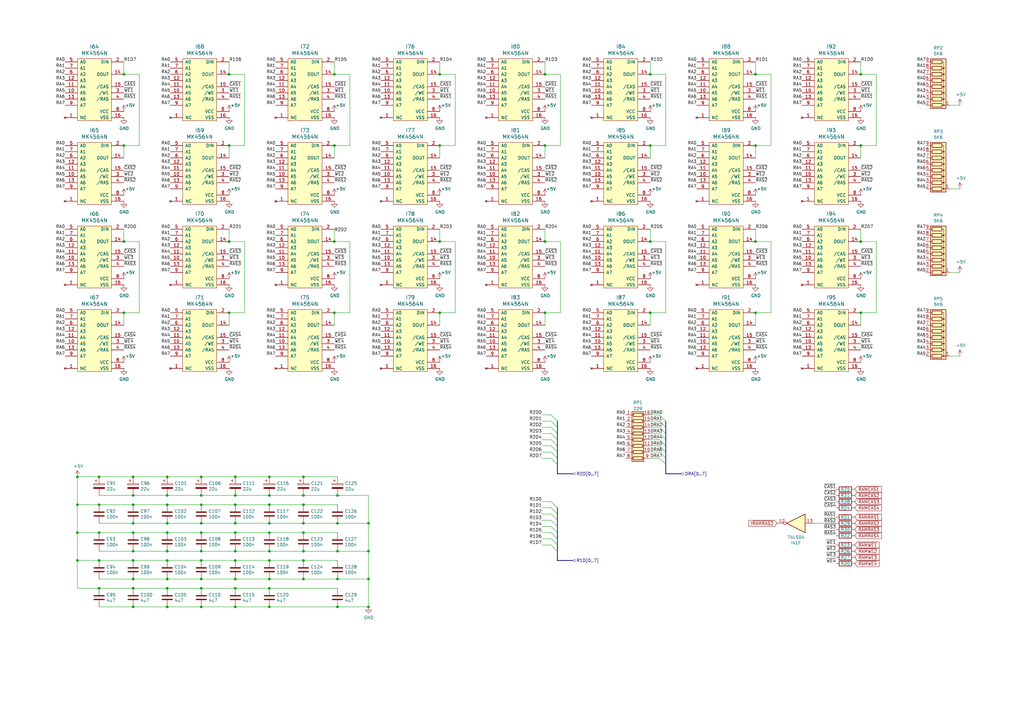
<source format=kicad_sch>
(kicad_sch (version 20211123) (generator eeschema)
  (paper "A3")
  (title_block (title "Dragon Beta RAM Array") (date "2022-06-08") (rev "0.2") (company "DragonPlus Electronics") (comment 1 "John Whitworth") (comment 3 "including Richard Harding's Dragon Beta PCB images.") (comment 4 "Reverse Engineering of Dragon Beta from various sources"))
  (lib_symbols
    (symbol "74xx:74LS04"
      (property "Reference" "U" (at 0 1.27 0))
      (property "Value" "74LS04" (at 0 -1.27 0))
      (symbol "74LS04_1_0"
        (pin input line (at -7.62 0 0) (length 3.81) (name "~") (number "1"))
        (pin output inverted (at 7.62 0 180) (length 3.81) (name "~") (number "2"))
      )
      (symbol "74LS04_2_0"
        (pin input line (at -7.62 0 0) (length 3.81) (name "~") (number "3"))
        (pin output inverted (at 7.62 0 180) (length 3.81) (name "~") (number "4"))
      )
      (symbol "74LS04_3_0"
        (pin input line (at -7.62 0 0) (length 3.81) (name "~") (number "5"))
        (pin output inverted (at 7.62 0 180) (length 3.81) (name "~") (number "6"))
      )
      (symbol "74LS04_4_0"
        (pin output inverted (at 7.62 0 180) (length 3.81) (name "~") (number "8"))
        (pin input line (at -7.62 0 0) (length 3.81) (name "~") (number "9"))
      )
      (symbol "74LS04_5_0"
        (pin output inverted (at 7.62 0 180) (length 3.81) (name "~") (number "10"))
        (pin input line (at -7.62 0 0) (length 3.81) (name "~") (number "11"))
      )
      (symbol "74LS04_6_0"
        (pin output inverted (at 7.62 0 180) (length 3.81) (name "~") (number "12"))
        (pin input line (at -7.62 0 0) (length 3.81) (name "~") (number "13"))
      )
      (symbol "74LS04_7_0"
        (pin power_in line (at 0 12.7 270) (length 5.08) (name "VCC") (number "14"))
        (pin power_in line (at 0 -12.7 90) (length 5.08) (name "GND") (number "7"))
      )
    )
    (symbol "Device:C" (pin_numbers hide) (pin_names (offset 0.254))
      (property "Reference" "C" (at 0.635 2.54 0))
      (property "Value" "C" (at 0.635 -2.54 0))
      (symbol "C_1_1"
        (pin passive line (at 0 3.81 270) (length 2.794) (name "~") (number "1"))
        (pin passive line (at 0 -3.81 90) (length 2.794) (name "~") (number "2"))
      )
    )
    (symbol "Device:CP" (pin_numbers hide) (pin_names (offset 0.254))
      (property "Reference" "C" (at 0.635 2.54 0))
      (property "Value" "CP" (at 0.635 -2.54 0))
      (symbol "CP_1_1"
        (pin passive line (at 0 3.81 270) (length 2.794) (name "~") (number "1"))
        (pin passive line (at 0 -3.81 90) (length 2.794) (name "~") (number "2"))
      )
    )
    (symbol "Device:R" (pin_numbers hide) (pin_names (offset 0))
      (property "Reference" "R" (at 2.032 0 90))
      (property "Value" "R" (at 0 0 90))
      (symbol "R_1_1"
        (pin passive line (at 0 3.81 270) (length 1.27) (name "~") (number "1"))
        (pin passive line (at 0 -3.81 90) (length 1.27) (name "~") (number "2"))
      )
    )
    (symbol "Device:R_Network08" (pin_names (offset 0) hide)
      (property "Reference" "RN" (at -12.7 0 90))
      (property "Value" "R_Network08" (at 10.16 0 90))
      (symbol "R_Network08_1_1"
        (pin passive line (at -10.16 5.08 270) (length 2.54) (name "common") (number "1"))
        (pin passive line (at -10.16 -5.08 90) (length 1.27) (name "R1") (number "2"))
        (pin passive line (at -7.62 -5.08 90) (length 1.27) (name "R2") (number "3"))
        (pin passive line (at -5.08 -5.08 90) (length 1.27) (name "R3") (number "4"))
        (pin passive line (at -2.54 -5.08 90) (length 1.27) (name "R4") (number "5"))
        (pin passive line (at 0 -5.08 90) (length 1.27) (name "R5") (number "6"))
        (pin passive line (at 2.54 -5.08 90) (length 1.27) (name "R6") (number "7"))
        (pin passive line (at 5.08 -5.08 90) (length 1.27) (name "R7") (number "8"))
        (pin passive line (at 7.62 -5.08 90) (length 1.27) (name "R8") (number "9"))
      )
    )
    (symbol "Device:R_Pack08" (pin_names (offset 0) hide)
      (property "Reference" "RN" (at -12.7 0 90))
      (property "Value" "R_Pack08" (at 10.16 0 90))
      (symbol "R_Pack08_1_1"
        (pin passive line (at -10.16 -5.08 90) (length 2.54) (name "R1.1") (number "1"))
        (pin passive line (at 5.08 5.08 270) (length 2.54) (name "R7.2") (number "10"))
        (pin passive line (at 2.54 5.08 270) (length 2.54) (name "R6.2") (number "11"))
        (pin passive line (at 0 5.08 270) (length 2.54) (name "R5.2") (number "12"))
        (pin passive line (at -2.54 5.08 270) (length 2.54) (name "R4.2") (number "13"))
        (pin passive line (at -5.08 5.08 270) (length 2.54) (name "R3.2") (number "14"))
        (pin passive line (at -7.62 5.08 270) (length 2.54) (name "R2.2") (number "15"))
        (pin passive line (at -10.16 5.08 270) (length 2.54) (name "R1.2") (number "16"))
        (pin passive line (at -7.62 -5.08 90) (length 2.54) (name "R2.1") (number "2"))
        (pin passive line (at -5.08 -5.08 90) (length 2.54) (name "R3.1") (number "3"))
        (pin passive line (at -2.54 -5.08 90) (length 2.54) (name "R4.1") (number "4"))
        (pin passive line (at 0 -5.08 90) (length 2.54) (name "R5.1") (number "5"))
        (pin passive line (at 2.54 -5.08 90) (length 2.54) (name "R6.1") (number "6"))
        (pin passive line (at 5.08 -5.08 90) (length 2.54) (name "R7.1") (number "7"))
        (pin passive line (at 7.62 -5.08 90) (length 2.54) (name "R8.1") (number "8"))
        (pin passive line (at 7.62 5.08 270) (length 2.54) (name "R8.2") (number "9"))
      )
    )
    (symbol "DgnBeta-rescue:MK4564N-JWs_components" (pin_names (offset 1.016))
      (property "Reference" "IC" (at -5.08 15.24 0))
      (property "Value" "MK4564N-JWs_components" (at -2.54 -12.7 0))
      (symbol "MK4564N-JWs_components_1_1"
        (pin no_connect line (at -12.7 -10.16 0) (length 5.08) (name "NC") (number "1"))
        (pin input line (at -12.7 0 0) (length 5.08) (name "A5") (number "10"))
        (pin input line (at -12.7 2.54 0) (length 5.08) (name "A4") (number "11"))
        (pin input line (at -12.7 5.08 0) (length 5.08) (name "A3") (number "12"))
        (pin input line (at -12.7 -2.54 0) (length 5.08) (name "A6") (number "13"))
        (pin output line (at 11.43 7.62 180) (length 5.08) (name "DOUT") (number "14"))
        (pin input line (at 11.43 2.54 180) (length 5.08) (name "/CAS") (number "15"))
        (pin input line (at 11.43 -10.16 180) (length 5.08) (name "VSS") (number "16"))
        (pin input line (at 11.43 12.7 180) (length 5.08) (name "DIN") (number "2"))
        (pin input line (at 11.43 0 180) (length 5.08) (name "/WE") (number "3"))
        (pin input line (at 11.43 -2.54 180) (length 5.08) (name "/RAS") (number "4"))
        (pin input line (at -12.7 12.7 0) (length 5.08) (name "A0") (number "5"))
        (pin input line (at -12.7 7.62 0) (length 5.08) (name "A2") (number "6"))
        (pin input line (at -12.7 10.16 0) (length 5.08) (name "A1") (number "7"))
        (pin input line (at 11.43 -7.62 180) (length 5.08) (name "VCC") (number "8"))
        (pin input line (at -12.7 -5.08 0) (length 5.08) (name "A7") (number "9"))
      )
    )
    (symbol "power:+5V" (power) (pin_names (offset 0))
      (property "Value" "+5V" (at 0 3.556 0))
      (symbol "+5V_1_1"
        (pin power_in line (at 0 0 90) (length 0) hide (name "+5V") (number "1"))
      )
    )
    (symbol "power:GND" (power) (pin_names (offset 0))
      (property "Value" "GND" (at 0 -3.81 0))
      (symbol "GND_1_1"
        (pin power_in line (at 0 0 270) (length 0) hide (name "GND") (number "1"))
      )
    )
  )
  (junction (at 110.49 218.44))
  (junction (at 96.52 248.92))
  (junction (at 223.52 30.48))
  (junction (at 68.58 241.3))
  (junction (at 309.88 59.69))
  (junction (at 124.46 229.87))
  (junction (at 40.64 241.3))
  (junction (at 124.46 226.06))
  (junction (at 138.43 237.49))
  (junction (at 82.55 237.49))
  (junction (at 223.52 99.06))
  (junction (at 93.98 128.27))
  (junction (at 124.46 237.49))
  (junction (at 124.46 203.2))
  (junction (at 96.52 241.3))
  (junction (at 93.98 99.06))
  (junction (at 54.61 226.06))
  (junction (at 40.64 229.87))
  (junction (at 180.34 59.69))
  (junction (at 31.75 218.44))
  (junction (at 110.49 207.01))
  (junction (at 151.13 214.63))
  (junction (at 68.58 214.63))
  (junction (at 223.52 128.27))
  (junction (at 110.49 229.87))
  (junction (at 180.34 128.27))
  (junction (at 54.61 229.87))
  (junction (at 82.55 226.06))
  (junction (at 151.13 226.06))
  (junction (at 309.88 128.27))
  (junction (at 138.43 226.06))
  (junction (at 151.13 248.92))
  (junction (at 54.61 195.58))
  (junction (at 137.16 128.27))
  (junction (at 68.58 195.58))
  (junction (at 82.55 195.58))
  (junction (at 96.52 203.2))
  (junction (at 82.55 214.63))
  (junction (at 93.98 59.69))
  (junction (at 266.7 128.27))
  (junction (at 124.46 207.01))
  (junction (at 353.06 30.48))
  (junction (at 50.8 128.27))
  (junction (at 110.49 214.63))
  (junction (at 110.49 195.58))
  (junction (at 68.58 237.49))
  (junction (at 54.61 218.44))
  (junction (at 68.58 203.2))
  (junction (at 96.52 195.58))
  (junction (at 54.61 248.92))
  (junction (at 31.75 195.58))
  (junction (at 82.55 229.87))
  (junction (at 137.16 99.06))
  (junction (at 266.7 30.48))
  (junction (at 82.55 248.92))
  (junction (at 180.34 30.48))
  (junction (at 266.7 59.69))
  (junction (at 68.58 229.87))
  (junction (at 96.52 226.06))
  (junction (at 96.52 237.49))
  (junction (at 31.75 229.87))
  (junction (at 40.64 207.01))
  (junction (at 309.88 99.06))
  (junction (at 82.55 218.44))
  (junction (at 124.46 214.63))
  (junction (at 54.61 203.2))
  (junction (at 82.55 241.3))
  (junction (at 54.61 214.63))
  (junction (at 138.43 203.2))
  (junction (at 68.58 207.01))
  (junction (at 50.8 99.06))
  (junction (at 110.49 248.92))
  (junction (at 54.61 207.01))
  (junction (at 96.52 207.01))
  (junction (at 68.58 218.44))
  (junction (at 82.55 203.2))
  (junction (at 40.64 218.44))
  (junction (at 110.49 226.06))
  (junction (at 68.58 226.06))
  (junction (at 68.58 248.92))
  (junction (at 124.46 218.44))
  (junction (at 353.06 99.06))
  (junction (at 96.52 218.44))
  (junction (at 54.61 237.49))
  (junction (at 151.13 237.49))
  (junction (at 353.06 59.69))
  (junction (at 110.49 241.3))
  (junction (at 110.49 237.49))
  (junction (at 124.46 195.58))
  (junction (at 266.7 99.06))
  (junction (at 138.43 214.63))
  (junction (at 309.88 30.48))
  (junction (at 40.64 195.58))
  (junction (at 50.8 30.48))
  (junction (at 223.52 59.69))
  (junction (at 137.16 59.69))
  (junction (at 93.98 30.48))
  (junction (at 50.8 59.69))
  (junction (at 31.75 207.01))
  (junction (at 96.52 229.87))
  (junction (at 138.43 248.92))
  (junction (at 137.16 30.48))
  (junction (at 353.06 128.27))
  (junction (at 110.49 203.2))
  (junction (at 180.34 99.06))
  (junction (at 82.55 207.01))
  (junction (at 54.61 241.3))
  (junction (at 96.52 214.63))
  (bus_entry (at 270.51 180.34) (size 2.54 2.54))
  (bus_entry (at 226.06 210.82) (size 2.54 2.54))
  (bus_entry (at 270.51 172.72) (size 2.54 2.54))
  (bus_entry (at 270.51 182.88) (size 2.54 2.54))
  (bus_entry (at 226.06 187.96) (size 2.54 2.54))
  (bus_entry (at 226.06 170.18) (size 2.54 2.54))
  (bus_entry (at 226.06 175.26) (size 2.54 2.54))
  (bus_entry (at 226.06 208.28) (size 2.54 2.54))
  (bus_entry (at 270.51 175.26) (size 2.54 2.54))
  (bus_entry (at 270.51 177.8) (size 2.54 2.54))
  (bus_entry (at 226.06 172.72) (size 2.54 2.54))
  (bus_entry (at 226.06 220.98) (size 2.54 2.54))
  (bus_entry (at 226.06 185.42) (size 2.54 2.54))
  (bus_entry (at 226.06 180.34) (size 2.54 2.54))
  (bus_entry (at 270.51 185.42) (size 2.54 2.54))
  (bus_entry (at 226.06 213.36) (size 2.54 2.54))
  (bus_entry (at 226.06 223.52) (size 2.54 2.54))
  (bus_entry (at 226.06 215.9) (size 2.54 2.54))
  (bus_entry (at 226.06 182.88) (size 2.54 2.54))
  (bus_entry (at 226.06 218.44) (size 2.54 2.54))
  (bus_entry (at 226.06 177.8) (size 2.54 2.54))
  (bus_entry (at 226.06 205.74) (size 2.54 2.54))
  (bus_entry (at 270.51 187.96) (size 2.54 2.54))
  (bus_entry (at 270.51 170.18) (size 2.54 2.54))
  (wire (pts (xy 96.52 207.01) (xy 82.55 207.01)))
  (bus (pts (xy 228.6 177.8) (xy 228.6 180.34)))
  (wire (pts (xy 223.52 99.06) (xy 229.87 99.06)))
  (wire (pts (xy 96.52 226.06) (xy 110.49 226.06)))
  (wire (pts (xy 40.64 218.44) (xy 31.75 218.44)))
  (wire (pts (xy 151.13 214.63) (xy 151.13 226.06)))
  (wire (pts (xy 151.13 203.2) (xy 151.13 214.63)))
  (wire (pts (xy 180.34 99.06) (xy 180.34 93.98)))
  (wire (pts (xy 222.25 223.52) (xy 226.06 223.52)))
  (wire (pts (xy 124.46 195.58) (xy 110.49 195.58)))
  (wire (pts (xy 226.06 172.72) (xy 222.25 172.72)))
  (wire (pts (xy 353.06 59.69) (xy 353.06 64.77)))
  (wire (pts (xy 266.7 182.88) (xy 270.51 182.88)))
  (wire (pts (xy 151.13 237.49) (xy 151.13 248.92)))
  (bus (pts (xy 228.6 208.28) (xy 228.6 210.82)))
  (wire (pts (xy 266.7 128.27) (xy 266.7 133.35)))
  (wire (pts (xy 186.69 99.06) (xy 180.34 99.06)))
  (bus (pts (xy 228.6 190.5) (xy 228.6 194.31)))
  (wire (pts (xy 353.06 30.48) (xy 359.41 30.48)))
  (wire (pts (xy 222.25 185.42) (xy 226.06 185.42)))
  (wire (pts (xy 57.15 128.27) (xy 50.8 128.27)))
  (bus (pts (xy 273.05 177.8) (xy 273.05 180.34)))
  (wire (pts (xy 82.55 241.3) (xy 68.58 241.3)))
  (bus (pts (xy 228.6 223.52) (xy 228.6 226.06)))
  (wire (pts (xy 68.58 214.63) (xy 82.55 214.63)))
  (wire (pts (xy 138.43 203.2) (xy 151.13 203.2)))
  (wire (pts (xy 223.52 128.27) (xy 223.52 133.35)))
  (wire (pts (xy 93.98 93.98) (xy 93.98 99.06)))
  (wire (pts (xy 270.51 185.42) (xy 266.7 185.42)))
  (wire (pts (xy 226.06 210.82) (xy 222.25 210.82)))
  (wire (pts (xy 96.52 195.58) (xy 82.55 195.58)))
  (wire (pts (xy 389.89 111.76) (xy 393.7 111.76)))
  (wire (pts (xy 389.89 43.18) (xy 393.7 43.18)))
  (wire (pts (xy 96.52 229.87) (xy 82.55 229.87)))
  (wire (pts (xy 68.58 229.87) (xy 54.61 229.87)))
  (wire (pts (xy 110.49 226.06) (xy 124.46 226.06)))
  (wire (pts (xy 110.49 237.49) (xy 124.46 237.49)))
  (wire (pts (xy 138.43 241.3) (xy 110.49 241.3)))
  (bus (pts (xy 228.6 187.96) (xy 228.6 190.5)))
  (bus (pts (xy 273.05 185.42) (xy 273.05 187.96)))
  (wire (pts (xy 82.55 237.49) (xy 96.52 237.49)))
  (bus (pts (xy 228.6 229.87) (xy 234.95 229.87)))
  (wire (pts (xy 57.15 30.48) (xy 57.15 59.69)))
  (wire (pts (xy 124.46 226.06) (xy 138.43 226.06)))
  (wire (pts (xy 50.8 99.06) (xy 57.15 99.06)))
  (wire (pts (xy 124.46 203.2) (xy 138.43 203.2)))
  (wire (pts (xy 266.7 170.18) (xy 270.51 170.18)))
  (wire (pts (xy 266.7 64.77) (xy 266.7 59.69)))
  (wire (pts (xy 68.58 241.3) (xy 54.61 241.3)))
  (wire (pts (xy 226.06 177.8) (xy 222.25 177.8)))
  (wire (pts (xy 96.52 248.92) (xy 110.49 248.92)))
  (wire (pts (xy 266.7 175.26) (xy 270.51 175.26)))
  (wire (pts (xy 138.43 214.63) (xy 151.13 214.63)))
  (bus (pts (xy 273.05 182.88) (xy 273.05 185.42)))
  (wire (pts (xy 96.52 241.3) (xy 82.55 241.3)))
  (wire (pts (xy 180.34 25.4) (xy 180.34 30.48)))
  (wire (pts (xy 359.41 30.48) (xy 359.41 59.69)))
  (wire (pts (xy 309.88 99.06) (xy 309.88 93.98)))
  (wire (pts (xy 110.49 195.58) (xy 96.52 195.58)))
  (wire (pts (xy 68.58 218.44) (xy 54.61 218.44)))
  (wire (pts (xy 124.46 218.44) (xy 110.49 218.44)))
  (bus (pts (xy 228.6 180.34) (xy 228.6 182.88)))
  (wire (pts (xy 143.51 128.27) (xy 137.16 128.27)))
  (wire (pts (xy 137.16 99.06) (xy 143.51 99.06)))
  (wire (pts (xy 359.41 99.06) (xy 359.41 128.27)))
  (wire (pts (xy 40.64 229.87) (xy 31.75 229.87)))
  (bus (pts (xy 273.05 180.34) (xy 273.05 182.88)))
  (bus (pts (xy 228.6 182.88) (xy 228.6 185.42)))
  (wire (pts (xy 138.43 218.44) (xy 124.46 218.44)))
  (wire (pts (xy 143.51 99.06) (xy 143.51 128.27)))
  (wire (pts (xy 82.55 195.58) (xy 68.58 195.58)))
  (wire (pts (xy 359.41 59.69) (xy 353.06 59.69)))
  (wire (pts (xy 68.58 203.2) (xy 82.55 203.2)))
  (wire (pts (xy 68.58 207.01) (xy 54.61 207.01)))
  (wire (pts (xy 222.25 170.18) (xy 226.06 170.18)))
  (wire (pts (xy 40.64 237.49) (xy 54.61 237.49)))
  (wire (pts (xy 186.69 128.27) (xy 186.69 99.06)))
  (wire (pts (xy 82.55 229.87) (xy 68.58 229.87)))
  (wire (pts (xy 353.06 99.06) (xy 353.06 93.98)))
  (wire (pts (xy 316.23 128.27) (xy 309.88 128.27)))
  (wire (pts (xy 54.61 237.49) (xy 68.58 237.49)))
  (wire (pts (xy 316.23 30.48) (xy 316.23 59.69)))
  (wire (pts (xy 40.64 241.3) (xy 31.75 241.3)))
  (wire (pts (xy 100.33 128.27) (xy 100.33 99.06)))
  (wire (pts (xy 223.52 30.48) (xy 229.87 30.48)))
  (wire (pts (xy 226.06 187.96) (xy 222.25 187.96)))
  (wire (pts (xy 309.88 99.06) (xy 316.23 99.06)))
  (wire (pts (xy 138.43 229.87) (xy 124.46 229.87)))
  (bus (pts (xy 228.6 194.31) (xy 234.95 194.31)))
  (wire (pts (xy 93.98 128.27) (xy 93.98 133.35)))
  (bus (pts (xy 228.6 226.06) (xy 228.6 229.87)))
  (wire (pts (xy 50.8 64.77) (xy 50.8 59.69)))
  (wire (pts (xy 31.75 207.01) (xy 31.75 195.58)))
  (bus (pts (xy 273.05 190.5) (xy 273.05 194.31)))
  (wire (pts (xy 96.52 214.63) (xy 110.49 214.63)))
  (wire (pts (xy 180.34 128.27) (xy 180.34 133.35)))
  (wire (pts (xy 353.06 99.06) (xy 359.41 99.06)))
  (wire (pts (xy 266.7 99.06) (xy 273.05 99.06)))
  (wire (pts (xy 180.34 128.27) (xy 186.69 128.27)))
  (wire (pts (xy 143.51 30.48) (xy 143.51 59.69)))
  (wire (pts (xy 93.98 128.27) (xy 100.33 128.27)))
  (wire (pts (xy 222.25 208.28) (xy 226.06 208.28)))
  (wire (pts (xy 40.64 248.92) (xy 54.61 248.92)))
  (wire (pts (xy 266.7 99.06) (xy 266.7 93.98)))
  (wire (pts (xy 40.64 203.2) (xy 54.61 203.2)))
  (wire (pts (xy 266.7 59.69) (xy 273.05 59.69)))
  (wire (pts (xy 54.61 226.06) (xy 68.58 226.06)))
  (bus (pts (xy 228.6 185.42) (xy 228.6 187.96)))
  (wire (pts (xy 273.05 99.06) (xy 273.05 128.27)))
  (wire (pts (xy 82.55 203.2) (xy 96.52 203.2)))
  (wire (pts (xy 316.23 59.69) (xy 309.88 59.69)))
  (bus (pts (xy 228.6 213.36) (xy 228.6 215.9)))
  (wire (pts (xy 229.87 59.69) (xy 223.52 59.69)))
  (wire (pts (xy 93.98 30.48) (xy 100.33 30.48)))
  (wire (pts (xy 266.7 180.34) (xy 270.51 180.34)))
  (wire (pts (xy 273.05 30.48) (xy 266.7 30.48)))
  (wire (pts (xy 186.69 59.69) (xy 180.34 59.69)))
  (wire (pts (xy 137.16 30.48) (xy 143.51 30.48)))
  (wire (pts (xy 40.64 214.63) (xy 54.61 214.63)))
  (wire (pts (xy 50.8 93.98) (xy 50.8 99.06)))
  (wire (pts (xy 40.64 195.58) (xy 31.75 195.58)))
  (wire (pts (xy 229.87 30.48) (xy 229.87 59.69)))
  (wire (pts (xy 359.41 128.27) (xy 353.06 128.27)))
  (wire (pts (xy 68.58 248.92) (xy 82.55 248.92)))
  (wire (pts (xy 40.64 207.01) (xy 31.75 207.01)))
  (wire (pts (xy 82.55 226.06) (xy 96.52 226.06)))
  (bus (pts (xy 273.05 175.26) (xy 273.05 177.8)))
  (wire (pts (xy 57.15 59.69) (xy 50.8 59.69)))
  (wire (pts (xy 309.88 30.48) (xy 316.23 30.48)))
  (wire (pts (xy 110.49 248.92) (xy 138.43 248.92)))
  (wire (pts (xy 226.06 220.98) (xy 222.25 220.98)))
  (wire (pts (xy 226.06 205.74) (xy 222.25 205.74)))
  (wire (pts (xy 54.61 229.87) (xy 40.64 229.87)))
  (wire (pts (xy 82.55 214.63) (xy 96.52 214.63)))
  (wire (pts (xy 110.49 207.01) (xy 96.52 207.01)))
  (wire (pts (xy 353.06 30.48) (xy 353.06 25.4)))
  (wire (pts (xy 223.52 99.06) (xy 223.52 93.98)))
  (wire (pts (xy 124.46 237.49) (xy 138.43 237.49)))
  (wire (pts (xy 100.33 99.06) (xy 93.98 99.06)))
  (wire (pts (xy 124.46 214.63) (xy 138.43 214.63)))
  (wire (pts (xy 143.51 59.69) (xy 137.16 59.69)))
  (wire (pts (xy 110.49 203.2) (xy 124.46 203.2)))
  (wire (pts (xy 316.23 99.06) (xy 316.23 128.27)))
  (wire (pts (xy 57.15 99.06) (xy 57.15 128.27)))
  (wire (pts (xy 110.49 229.87) (xy 96.52 229.87)))
  (wire (pts (xy 229.87 99.06) (xy 229.87 128.27)))
  (wire (pts (xy 222.25 213.36) (xy 226.06 213.36)))
  (wire (pts (xy 96.52 203.2) (xy 110.49 203.2)))
  (wire (pts (xy 54.61 248.92) (xy 68.58 248.92)))
  (wire (pts (xy 50.8 30.48) (xy 57.15 30.48)))
  (wire (pts (xy 68.58 226.06) (xy 82.55 226.06)))
  (wire (pts (xy 31.75 229.87) (xy 31.75 218.44)))
  (wire (pts (xy 50.8 128.27) (xy 50.8 133.35)))
  (wire (pts (xy 68.58 237.49) (xy 82.55 237.49)))
  (bus (pts (xy 273.05 194.31) (xy 279.4 194.31)))
  (wire (pts (xy 124.46 229.87) (xy 110.49 229.87)))
  (wire (pts (xy 96.52 218.44) (xy 82.55 218.44)))
  (wire (pts (xy 54.61 207.01) (xy 40.64 207.01)))
  (wire (pts (xy 138.43 226.06) (xy 151.13 226.06)))
  (wire (pts (xy 266.7 177.8) (xy 270.51 177.8)))
  (wire (pts (xy 138.43 237.49) (xy 151.13 237.49)))
  (wire (pts (xy 54.61 241.3) (xy 40.64 241.3)))
  (wire (pts (xy 138.43 195.58) (xy 124.46 195.58)))
  (wire (pts (xy 223.52 64.77) (xy 223.52 59.69)))
  (wire (pts (xy 309.88 133.35) (xy 309.88 128.27)))
  (wire (pts (xy 54.61 195.58) (xy 40.64 195.58)))
  (wire (pts (xy 100.33 30.48) (xy 100.33 59.69)))
  (wire (pts (xy 222.25 218.44) (xy 226.06 218.44)))
  (wire (pts (xy 180.34 30.48) (xy 186.69 30.48)))
  (wire (pts (xy 100.33 59.69) (xy 93.98 59.69)))
  (wire (pts (xy 334.01 214.63) (xy 342.9 214.63)))
  (bus (pts (xy 228.6 210.82) (xy 228.6 213.36)))
  (bus (pts (xy 228.6 220.98) (xy 228.6 223.52)))
  (wire (pts (xy 353.06 128.27) (xy 353.06 133.35)))
  (wire (pts (xy 93.98 59.69) (xy 93.98 64.77)))
  (wire (pts (xy 93.98 25.4) (xy 93.98 30.48)))
  (wire (pts (xy 151.13 226.06) (xy 151.13 237.49)))
  (wire (pts (xy 137.16 128.27) (xy 137.16 133.35)))
  (wire (pts (xy 110.49 241.3) (xy 96.52 241.3)))
  (wire (pts (xy 82.55 207.01) (xy 68.58 207.01)))
  (wire (pts (xy 40.64 226.06) (xy 54.61 226.06)))
  (wire (pts (xy 389.89 146.05) (xy 393.7 146.05)))
  (wire (pts (xy 273.05 59.69) (xy 273.05 30.48)))
  (wire (pts (xy 110.49 214.63) (xy 124.46 214.63)))
  (wire (pts (xy 226.06 182.88) (xy 222.25 182.88)))
  (wire (pts (xy 266.7 187.96) (xy 270.51 187.96)))
  (wire (pts (xy 54.61 214.63) (xy 68.58 214.63)))
  (wire (pts (xy 223.52 30.48) (xy 223.52 25.4)))
  (wire (pts (xy 273.05 128.27) (xy 266.7 128.27)))
  (bus (pts (xy 273.05 172.72) (xy 273.05 175.26)))
  (wire (pts (xy 137.16 99.06) (xy 137.16 93.98)))
  (wire (pts (xy 266.7 30.48) (xy 266.7 25.4)))
  (wire (pts (xy 137.16 25.4) (xy 137.16 30.48)))
  (wire (pts (xy 82.55 218.44) (xy 68.58 218.44)))
  (wire (pts (xy 50.8 30.48) (xy 50.8 25.4)))
  (wire (pts (xy 138.43 207.01) (xy 124.46 207.01)))
  (wire (pts (xy 54.61 203.2) (xy 68.58 203.2)))
  (bus (pts (xy 228.6 215.9) (xy 228.6 218.44)))
  (wire (pts (xy 309.88 30.48) (xy 309.88 25.4)))
  (wire (pts (xy 137.16 64.77) (xy 137.16 59.69)))
  (wire (pts (xy 389.89 77.47) (xy 393.7 77.47)))
  (wire (pts (xy 31.75 218.44) (xy 31.75 207.01)))
  (wire (pts (xy 124.46 207.01) (xy 110.49 207.01)))
  (wire (pts (xy 309.88 59.69) (xy 309.88 64.77)))
  (bus (pts (xy 273.05 187.96) (xy 273.05 190.5)))
  (wire (pts (xy 96.52 237.49) (xy 110.49 237.49)))
  (wire (pts (xy 186.69 30.48) (xy 186.69 59.69)))
  (wire (pts (xy 82.55 248.92) (xy 96.52 248.92)))
  (wire (pts (xy 110.49 218.44) (xy 96.52 218.44)))
  (wire (pts (xy 68.58 195.58) (xy 54.61 195.58)))
  (wire (pts (xy 54.61 218.44) (xy 40.64 218.44)))
  (wire (pts (xy 138.43 248.92) (xy 151.13 248.92)))
  (bus (pts (xy 228.6 172.72) (xy 228.6 175.26)))
  (wire (pts (xy 222.25 180.34) (xy 226.06 180.34)))
  (bus (pts (xy 228.6 218.44) (xy 228.6 220.98)))
  (wire (pts (xy 31.75 241.3) (xy 31.75 229.87)))
  (wire (pts (xy 180.34 59.69) (xy 180.34 64.77)))
  (wire (pts (xy 229.87 128.27) (xy 223.52 128.27)))
  (wire (pts (xy 266.7 172.72) (xy 270.51 172.72)))
  (wire (pts (xy 226.06 215.9) (xy 222.25 215.9)))
  (bus (pts (xy 228.6 175.26) (xy 228.6 177.8)))
  (wire (pts (xy 222.25 175.26) (xy 226.06 175.26)))
  (label "RA5" (at 328.93 72.39 180))
  (label "RA4" (at 242.57 69.85 180))
  (label "RA3" (at 113.03 101.6 180))
  (label "RA6" (at 285.75 109.22 180))
  (label "RA6" (at 156.21 143.51 180))
  (label "~{WE3}" (at 50.8 106.68 0))
  (label "RA7" (at 285.75 43.18 180))
  (label "R2D7" (at 222.25 187.96 180))
  (label "~{CAS1}" (at 266.7 35.56 0))
  (label "~{RAS4}" (at 266.7 143.51 0))
  (label "RA3" (at 26.67 135.89 180))
  (label "RA5" (at 69.85 38.1 180))
  (label "RA4" (at 199.39 69.85 180))
  (label "RA7" (at 156.21 146.05 180))
  (label "~{CAS3}" (at 223.52 104.14 0))
  (label "~{CAS3}" (at 266.7 104.14 0))
  (label "R1D6" (at 222.25 220.98 180))
  (label "RA3" (at 379.73 72.39 180))
  (label "RA3" (at 156.21 135.89 180))
  (label "RA6" (at 26.67 40.64 180))
  (label "RA0" (at 156.21 59.69 180))
  (label "RA6" (at 69.85 109.22 180))
  (label "RA7" (at 113.03 111.76 180))
  (label "RA1" (at 328.93 27.94 180))
  (label "RA7" (at 113.03 43.18 180))
  (label "RA4" (at 199.39 35.56 180))
  (label "RA2" (at 113.03 99.06 180))
  (label "RA3" (at 328.93 101.6 180))
  (label "~{RAS1}" (at 223.52 40.64 0))
  (label "RA5" (at 156.21 72.39 180))
  (label "RA0" (at 199.39 128.27 180))
  (label "RA7" (at 328.93 77.47 180))
  (label "~{WE1}" (at 309.88 38.1 0))
  (label "RA2" (at 328.93 30.48 180))
  (label "RA1" (at 69.85 62.23 180))
  (label "RA0" (at 328.93 25.4 180))
  (label "RA2" (at 285.75 133.35 180))
  (label "~{WE4}" (at 353.06 140.97 0))
  (label "RA4" (at 285.75 69.85 180))
  (label "RA4" (at 26.67 138.43 180))
  (label "DRA3" (at 266.7 177.8 0))
  (label "R1D4" (at 180.34 25.4 0))
  (label "RA0" (at 285.75 59.69 180))
  (label "RA4" (at 285.75 35.56 180))
  (label "~{RAS1}" (at 353.06 40.64 0))
  (label "RA7" (at 199.39 146.05 180))
  (label "RA3" (at 199.39 101.6 180))
  (label "RA7" (at 379.73 59.69 180))
  (label "RA0" (at 156.21 128.27 180))
  (label "RA5" (at 113.03 140.97 180))
  (label "RA2" (at 285.75 64.77 180))
  (label "RA1" (at 156.21 62.23 180))
  (label "~{RAS3}" (at 223.52 109.22 0))
  (label "~{WE1}" (at 266.7 38.1 0))
  (label "RA5" (at 113.03 106.68 180))
  (label "RA2" (at 379.73 64.77 180))
  (label "DRA2" (at 266.7 175.26 0))
  (label "RA0" (at 69.85 128.27 180))
  (label "RA7" (at 156.21 43.18 180))
  (label "RA6" (at 69.85 74.93 180))
  (label "RA1" (at 156.21 96.52 180))
  (label "RA1" (at 328.93 62.23 180))
  (label "RA4" (at 242.57 138.43 180))
  (label "RA1" (at 199.39 96.52 180))
  (label "~{CAS4}" (at 137.16 138.43 0))
  (label "RA2" (at 199.39 99.06 180))
  (label "~{RAS4}" (at 180.34 143.51 0))
  (label "RA4" (at 113.03 104.14 180))
  (label "RA5" (at 199.39 140.97 180))
  (label "RA3" (at 242.57 135.89 180))
  (label "RA3" (at 156.21 101.6 180))
  (label "RA1" (at 26.67 27.94 180))
  (label "R2D1" (at 93.98 93.98 0))
  (label "R2D5" (at 222.25 182.88 180))
  (label "RA7" (at 328.93 43.18 180))
  (label "~{WE4}" (at 309.88 140.97 0))
  (label "RA7" (at 26.67 43.18 180))
  (label "~{CAS4}" (at 93.98 138.43 0))
  (label "RA7" (at 199.39 111.76 180))
  (label "RA6" (at 113.03 74.93 180))
  (label "~{WE2}" (at 137.16 72.39 0))
  (label "RA5" (at 328.93 38.1 180))
  (label "RA1" (at 328.93 130.81 180))
  (label "~{CAS3}" (at 342.9 205.74 180))
  (label "RA1" (at 285.75 96.52 180))
  (label "~{WE3}" (at 137.16 106.68 0))
  (label "RA0" (at 113.03 59.69 180))
  (label "RA4" (at 328.93 69.85 180))
  (label "RA0" (at 328.93 93.98 180))
  (label "DRA5" (at 266.7 182.88 0))
  (label "RA1" (at 156.21 130.81 180))
  (label "RA2" (at 113.03 133.35 180))
  (label "RA4" (at 26.67 35.56 180))
  (label "RA6" (at 379.73 104.14 180))
  (label "~{RAS3}" (at 50.8 109.22 0))
  (label "RA1" (at 199.39 27.94 180))
  (label "RA2" (at 113.03 64.77 180))
  (label "RA1" (at 26.67 62.23 180))
  (label "RA7" (at 242.57 77.47 180))
  (label "RA4" (at 69.85 35.56 180))
  (label "RA2" (at 379.73 30.48 180))
  (label "R1D2" (at 266.7 25.4 0))
  (label "RA1" (at 69.85 27.94 180))
  (label "RA4" (at 328.93 138.43 180))
  (label "RA1" (at 242.57 27.94 180))
  (label "RA6" (at 113.03 143.51 180))
  (label "RA0" (at 328.93 128.27 180))
  (label "RA1" (at 285.75 27.94 180))
  (label "R1D3" (at 222.25 213.36 180))
  (label "RA5" (at 379.73 111.76 180))
  (label "~{RAS3}" (at 353.06 109.22 0))
  (label "~{RAS4}" (at 50.8 143.51 0))
  (label "~{RAS3}" (at 93.98 109.22 0))
  (label "RA7" (at 242.57 111.76 180))
  (label "~{WE4}" (at 180.34 140.97 0))
  (label "RA7" (at 285.75 111.76 180))
  (label "RA4" (at 156.21 138.43 180))
  (label "RA3" (at 199.39 135.89 180))
  (label "RA2" (at 113.03 30.48 180))
  (label "RA2" (at 199.39 133.35 180))
  (label "RA3" (at 69.85 67.31 180))
  (label "~{CAS2}" (at 137.16 69.85 0))
  (label "RA1" (at 242.57 96.52 180))
  (label "~{RAS4}" (at 137.16 143.51 0))
  (label "RA3" (at 156.21 67.31 180))
  (label "~{WE2}" (at 93.98 72.39 0))
  (label "~{RAS3}" (at 309.88 109.22 0))
  (label "RA0" (at 379.73 101.6 180))
  (label "RA4" (at 328.93 35.56 180))
  (label "RA2" (at 156.21 133.35 180))
  (label "RA7" (at 69.85 43.18 180))
  (label "RA2" (at 242.57 64.77 180))
  (label "RA3" (at 26.67 101.6 180))
  (label "RA5" (at 328.93 106.68 180))
  (label "~{CAS1}" (at 342.9 200.66 180))
  (label "RA5" (at 285.75 140.97 180))
  (label "RA6" (at 379.73 35.56 180))
  (label "R2D7" (at 353.06 93.98 0))
  (label "RA5" (at 256.54 182.88 180))
  (label "RA6" (at 285.75 40.64 180))
  (label "RA0" (at 285.75 128.27 180))
  (label "RA7" (at 379.73 128.27 180))
  (label "~{CAS4}" (at 180.34 138.43 0))
  (label "RA1" (at 379.73 62.23 180))
  (label "R1D1" (at 222.25 208.28 180))
  (label "R1D0" (at 353.06 25.4 0))
  (label "~{RAS3}" (at 342.9 217.17 180))
  (label "RA2" (at 69.85 64.77 180))
  (label "RA3" (at 379.73 140.97 180))
  (label "RA4" (at 156.21 69.85 180))
  (label "RA5" (at 26.67 72.39 180))
  (label "~{RAS1}" (at 342.9 212.09 180))
  (label "RA3" (at 156.21 33.02 180))
  (label "R1D6" (at 93.98 25.4 0))
  (label "RA7" (at 242.57 43.18 180))
  (label "R1D5" (at 137.16 25.4 0))
  (label "RA1" (at 69.85 96.52 180))
  (label "RA7" (at 379.73 25.4 180))
  (label "RA2" (at 242.57 133.35 180))
  (label "RA3" (at 379.73 106.68 180))
  (label "~{RAS3}" (at 266.7 109.22 0))
  (label "~{RAS2}" (at 50.8 74.93 0))
  (label "RA3" (at 379.73 38.1 180))
  (label "RA0" (at 199.39 25.4 180))
  (label "~{RAS2}" (at 137.16 74.93 0))
  (label "RA4" (at 26.67 69.85 180))
  (label "~{CAS2}" (at 180.34 69.85 0))
  (label "RA5" (at 69.85 106.68 180))
  (label "RA7" (at 199.39 43.18 180))
  (label "RA6" (at 156.21 40.64 180))
  (label "~{RAS1}" (at 93.98 40.64 0))
  (label "RA1" (at 113.03 27.94 180))
  (label "RA4" (at 285.75 104.14 180))
  (label "DRA1" (at 266.7 172.72 0))
  (label "~{CAS1}" (at 93.98 35.56 0))
  (label "~{RAS4}" (at 353.06 143.51 0))
  (label "RA5" (at 242.57 140.97 180))
  (label "RA2" (at 156.21 30.48 180))
  (label "RA4" (at 379.73 109.22 180))
  (label "RA1" (at 199.39 130.81 180))
  (label "RA5" (at 156.21 38.1 180))
  (label "RA7" (at 26.67 146.05 180))
  (label "~{WE1}" (at 342.9 223.52 180))
  (label "~{WE1}" (at 137.16 38.1 0))
  (label "RA0" (at 242.57 25.4 180))
  (label "~{WE4}" (at 93.98 140.97 0))
  (label "~{RAS2}" (at 309.88 74.93 0))
  (label "DRA0" (at 266.7 170.18 0))
  (label "~{WE3}" (at 223.52 106.68 0))
  (label "RA6" (at 285.75 74.93 180))
  (label "RA0" (at 156.21 93.98 180))
  (label "~{CAS3}" (at 309.88 104.14 0))
  (label "RA0" (at 379.73 135.89 180))
  (label "RA7" (at 26.67 111.76 180))
  (label "RA3" (at 26.67 67.31 180))
  (label "RA6" (at 156.21 74.93 180))
  (label "RA2" (at 26.67 30.48 180))
  (label "~{WE2}" (at 353.06 72.39 0))
  (label "R1D1" (at 309.88 25.4 0))
  (label "RA6" (at 199.39 143.51 180))
  (label "RA2" (at 242.57 30.48 180))
  (label "RA3" (at 199.39 33.02 180))
  (label "RA4" (at 285.75 138.43 180))
  (label "RA2" (at 328.93 99.06 180))
  (label "RA7" (at 285.75 77.47 180))
  (label "RA3" (at 113.03 33.02 180))
  (label "RA4" (at 328.93 104.14 180))
  (label "~{CAS3}" (at 50.8 104.14 0))
  (label "RA0" (at 113.03 93.98 180))
  (label "R1D5" (at 222.25 218.44 180))
  (label "RA6" (at 26.67 143.51 180))
  (label "RA2" (at 156.21 64.77 180))
  (label "RA2" (at 199.39 30.48 180))
  (label "RA3" (at 285.75 101.6 180))
  (label "RA1" (at 285.75 130.81 180))
  (label "RA6" (at 113.03 40.64 180))
  (label "RA0" (at 328.93 59.69 180))
  (label "RA0" (at 199.39 59.69 180))
  (label "RA0" (at 69.85 25.4 180))
  (label "RA5" (at 285.75 106.68 180))
  (label "RA7" (at 379.73 93.98 180))
  (label "RA1" (at 379.73 130.81 180))
  (label "RA4" (at 69.85 104.14 180))
  (label "~{WE2}" (at 223.52 72.39 0))
  (label "RA2" (at 199.39 64.77 180))
  (label "RA0" (at 26.67 128.27 180))
  (label "RA1" (at 156.21 27.94 180))
  (label "R1D7" (at 222.25 223.52 180))
  (label "~{CAS4}" (at 309.88 138.43 0))
  (label "RA5" (at 242.57 72.39 180))
  (label "RA1" (at 379.73 27.94 180))
  (label "RA1" (at 199.39 62.23 180))
  (label "~{CAS1}" (at 223.52 35.56 0))
  (label "RA7" (at 69.85 146.05 180))
  (label "RA5" (at 328.93 140.97 180))
  (label "RA6" (at 242.57 74.93 180))
  (label "RA6" (at 379.73 69.85 180))
  (label "~{WE3}" (at 342.9 228.6 180))
  (label "RA6" (at 26.67 74.93 180))
  (label "RA0" (at 26.67 93.98 180))
  (label "RA7" (at 26.67 77.47 180))
  (label "~{CAS2}" (at 50.8 69.85 0))
  (label "RA5" (at 285.75 38.1 180))
  (label "~{WE1}" (at 353.06 38.1 0))
  (label "RA6" (at 199.39 109.22 180))
  (label "~{WE4}" (at 50.8 140.97 0))
  (label "RA2" (at 328.93 133.35 180))
  (label "~{CAS2}" (at 309.88 69.85 0))
  (label "RA0" (at 156.21 25.4 180))
  (label "RA5" (at 26.67 140.97 180))
  (label "RA1" (at 285.75 62.23 180))
  (label "R2D6" (at 309.88 93.98 0))
  (label "~{RAS2}" (at 223.52 74.93 0))
  (label "RA6" (at 113.03 109.22 180))
  (label "RA1" (at 242.57 62.23 180))
  (label "RA1" (at 69.85 130.81 180))
  (label "RA3" (at 242.57 33.02 180))
  (label "~{WE2}" (at 309.88 72.39 0))
  (label "RA2" (at 379.73 99.06 180))
  (label "RA1" (at 26.67 96.52 180))
  (label "RA3" (at 69.85 101.6 180))
  (label "RA5" (at 199.39 106.68 180))
  (label "RA0" (at 242.57 59.69 180))
  (label "RA2" (at 156.21 99.06 180))
  (label "RA3" (at 256.54 177.8 180))
  (label "RA1" (at 113.03 130.81 180))
  (label "~{WE1}" (at 50.8 38.1 0))
  (label "RA0" (at 242.57 93.98 180))
  (label "RA4" (at 113.03 138.43 180))
  (label "~{CAS3}" (at 180.34 104.14 0))
  (label "RA7" (at 256.54 187.96 180))
  (label "RA7" (at 113.03 77.47 180))
  (label "RA1" (at 113.03 96.52 180))
  (label "RA3" (at 328.93 33.02 180))
  (label "R2D1" (at 222.25 172.72 180))
  (label "RA5" (at 26.67 38.1 180))
  (label "RA5" (at 156.21 140.97 180))
  (label "~{RAS2}" (at 342.9 214.63 180))
  (label "~{RAS1}" (at 50.8 40.64 0))
  (label "RA3" (at 285.75 67.31 180))
  (label "RA5" (at 242.57 106.68 180))
  (label "RA2" (at 26.67 99.06 180))
  (label "R1D2" (at 222.25 210.82 180))
  (label "RA3" (at 69.85 33.02 180))
  (label "~{CAS1}" (at 180.34 35.56 0))
  (label "~{WE2}" (at 266.7 72.39 0))
  (label "RA7" (at 156.21 111.76 180))
  (label "~{WE3}" (at 180.34 106.68 0))
  (label "~{RAS3}" (at 180.34 109.22 0))
  (label "RA7" (at 69.85 111.76 180))
  (label "~{RAS1}" (at 180.34 40.64 0))
  (label "~{CAS1}" (at 353.06 35.56 0))
  (label "RA7" (at 285.75 146.05 180))
  (label "RA4" (at 242.57 104.14 180))
  (label "RA6" (at 379.73 138.43 180))
  (label "RA2" (at 256.54 175.26 180))
  (label "RA5" (at 69.85 72.39 180))
  (label "RA7" (at 156.21 77.47 180))
  (label "RA5" (at 285.75 72.39 180))
  (label "~{RAS2}" (at 93.98 74.93 0))
  (label "~{CAS1}" (at 50.8 35.56 0))
  (label "RA6" (at 242.57 143.51 180))
  (label "RA0" (at 113.03 25.4 180))
  (label "~{CAS1}" (at 309.88 35.56 0))
  (label "RA6" (at 242.57 109.22 180))
  (label "RA6" (at 69.85 143.51 180))
  (label "RA0" (at 69.85 93.98 180))
  (label "RA4" (at 69.85 69.85 180))
  (label "RA1" (at 256.54 172.72 180))
  (label "~{CAS4}" (at 342.9 208.28 180))
  (label "~{CAS2}" (at 93.98 69.85 0))
  (label "RA5" (at 379.73 43.18 180))
  (label "RA0" (at 69.85 59.69 180))
  (label "RA5" (at 199.39 38.1 180))
  (label "R2D3" (at 180.34 93.98 0))
  (label "~{RAS2}" (at 180.34 74.93 0))
  (label "~{RAS4}" (at 223.52 143.51 0))
  (label "R1D4" (at 222.25 215.9 180))
  (label "R1D3" (at 223.52 25.4 0))
  (label "~{CAS4}" (at 50.8 138.43 0))
  (label "~{CAS4}" (at 223.52 138.43 0))
  (label "RA3" (at 26.67 33.02 180))
  (label "RA4" (at 69.85 138.43 180))
  (label "~{CAS2}" (at 342.9 203.2 180))
  (label "RA3" (at 242.57 67.31 180))
  (label "~{CAS3}" (at 137.16 104.14 0))
  (label "~{RAS1}" (at 137.16 40.64 0))
  (label "RA5" (at 26.67 106.68 180))
  (label "RA7" (at 69.85 77.47 180))
  (label "RA0" (at 26.67 59.69 180))
  (label "~{RAS4}" (at 342.9 219.71 180))
  (label "RA4" (at 199.39 104.14 180))
  (label "RA6" (at 199.39 40.64 180))
  (label "~{WE3}" (at 266.7 106.68 0))
  (label "R1D7" (at 50.8 25.4 0))
  (label "RA6" (at 285.75 143.51 180))
  (label "RA4" (at 379.73 40.64 180))
  (label "~{WE3}" (at 309.88 106.68 0))
  (label "DRA4" (at 266.7 180.34 0))
  (label "RA6" (at 156.21 109.22 180))
  (label "RA7" (at 242.57 146.05 180))
  (label "RA1" (at 113.03 62.23 180))
  (label "RA3" (at 113.03 135.89 180))
  (label "R2D4" (at 222.25 180.34 180))
  (label "~{RAS4}" (at 93.98 143.51 0))
  (label "RA4" (at 242.57 35.56 180))
  (label "RA0" (at 379.73 33.02 180))
  (label "RA4" (at 379.73 143.51 180))
  (label "RA5" (at 379.73 146.05 180))
  (label "RA1" (at 379.73 96.52 180))
  (label "R2D0" (at 50.8 93.98 0))
  (label "RA0" (at 26.67 25.4 180))
  (label "~{CAS2}" (at 266.7 69.85 0))
  (label "~{RAS2}" (at 353.06 74.93 0))
  (label "R2D6" (at 222.25 185.42 180))
  (label "RA0" (at 379.73 67.31 180))
  (label "RA6" (at 328.93 143.51 180))
  (label "RA0" (at 285.75 93.98 180))
  (label "~{WE4}" (at 223.52 140.97 0))
  (label "RA2" (at 26.67 64.77 180))
  (label "RA4" (at 256.54 180.34 180))
  (label "RA6" (at 328.93 74.93 180))
  (label "RA5" (at 379.73 77.47 180))
  (label "RA5" (at 199.39 72.39 180))
  (label "RA6" (at 199.39 74.93 180))
  (label "RA0" (at 242.57 128.27 180))
  (label "RA4" (at 113.03 35.56 180))
  (label "RA7" (at 328.93 146.05 180))
  (label "~{RAS2}" (at 266.7 74.93 0))
  (label "RA1" (at 328.93 96.52 180))
  (label "RA2" (at 379.73 133.35 180))
  (label "~{RAS3}" (at 137.16 109.22 0))
  (label "DRA7" (at 266.7 187.96 0))
  (label "~{WE2}" (at 342.9 226.06 180))
  (label "RA1" (at 242.57 130.81 180))
  (label "RA0" (at 113.03 128.27 180))
  (label "RA4" (at 156.21 35.56 180))
  (label "RA2" (at 26.67 133.35 180))
  (label "R2D0" (at 222.25 170.18 180))
  (label "RA0" (at 256.54 170.18 180))
  (label "RA4" (at 199.39 138.43 180))
  (label "R2D2" (at 137.16 95.25 0))
  (label "RA2" (at 328.93 64.77 180))
  (label "R2D3" (at 222.25 177.8 180))
  (label "RA7" (at 113.03 146.05 180))
  (label "RA0" (at 199.39 93.98 180))
  (label "RA3" (at 199.39 67.31 180))
  (label "R1D0" (at 222.25 205.74 180))
  (label "~{WE4}" (at 266.7 140.97 0))
  (label "R2D2" (at 222.25 175.26 180))
  (label "RA3" (at 285.75 135.89 180))
  (label "RA7" (at 328.93 111.76 180))
  (label "RA7" (at 199.39 77.47 180))
  (label "R2D4" (at 223.52 93.98 0))
  (label "RA2" (at 69.85 133.35 180))
  (label "RA5" (at 113.03 72.39 180))
  (label "RA6" (at 328.93 40.64 180))
  (label "RA5" (at 113.03 38.1 180))
  (label "~{RAS1}" (at 266.7 40.64 0))
  (label "RA1" (at 26.67 130.81 180))
  (label "RA3" (at 328.93 67.31 180))
  (label "~{CAS4}" (at 266.7 138.43 0))
  (label "~{RAS1}" (at 309.88 40.64 0))
  (label "~{CAS3}" (at 353.06 104.14 0))
  (label "~{WE1}" (at 93.98 38.1 0))
  (label "RA5" (at 69.85 140.97 180))
  (label "RA2" (at 69.85 99.06 180))
  (label "~{RAS4}" (at 309.88 143.51 0))
  (label "~{CAS4}" (at 353.06 138.43 0))
  (label "RA6" (at 26.67 109.22 180))
  (label "RA4" (at 156.21 104.14 180))
  (label "~{CAS3}" (at 93.98 104.14 0))
  (label "R2D5" (at 266.7 93.98 0))
  (label "~{CAS1}" (at 137.16 35.56 0))
  (label "RA6" (at 256.54 185.42 180))
  (label "RA6" (at 69.85 40.64 180))
  (label "~{WE3}" (at 353.06 106.68 0))
  (label "RA6" (at 242.57 40.64 180))
  (label "~{WE1}" (at 223.52 38.1 0))
  (label "RA3" (at 285.75 33.02 180))
  (label "RA3" (at 69.85 135.89 180))
  (label "RA2" (at 69.85 30.48 180))
  (label "RA4" (at 26.67 104.14 180))
  (label "RA5" (at 242.57 38.1 180))
  (label "RA2" (at 242.57 99.06 180))
  (label "RA2" (at 285.75 30.48 180))
  (label "~{WE3}" (at 93.98 106.68 0))
  (label "~{WE2}" (at 50.8 72.39 0))
  (label "RA4" (at 113.03 69.85 180))
  (label "RA3" (at 113.03 67.31 180))
  (label "RA3" (at 242.57 101.6 180))
  (label "~{WE4}" (at 137.16 140.97 0))
  (label "RA0" (at 285.75 25.4 180))
  (label "RA2" (at 285.75 99.06 180))
  (label "RA5" (at 156.21 106.68 180))
  (label "DRA6" (at 266.7 185.42 0))
  (label "RA6" (at 328.93 109.22 180))
  (label "~{WE2}" (at 180.34 72.39 0))
  (label "~{CAS2}" (at 223.52 69.85 0))
  (label "~{WE1}" (at 180.34 38.1 0))
  (label "RA4" (at 379.73 74.93 180))
  (label "~{CAS2}" (at 353.06 69.85 0))
  (label "RA3" (at 328.93 135.89 180))
  (label "~{WE4}" (at 342.9 231.14 180))
  (global_label "~{RAMWE1}" (shape input) (at 350.52 223.52 0) (property "Intersheet References" "${INTERSHEET_REFS}" (effects hide)))
  (global_label "~{RAMRAS4}" (shape input) (at 350.52 219.71 0) (property "Intersheet References" "${INTERSHEET_REFS}" (effects hide)))
  (global_label "~{RAMWE4}" (shape input) (at 350.52 231.14 0) (property "Intersheet References" "${INTERSHEET_REFS}" (effects hide)))
  (global_label "~{RAMCAS2}" (shape input) (at 350.52 203.2 0) (property "Intersheet References" "${INTERSHEET_REFS}" (effects hide)))
  (global_label "~{RAMCAS3}" (shape input) (at 350.52 205.74 0) (property "Intersheet References" "${INTERSHEET_REFS}" (effects hide)))
  (global_label "~{RAMCAS1}" (shape input) (at 350.52 200.66 0) (property "Intersheet References" "${INTERSHEET_REFS}" (effects hide)))
  (global_label "!~{RAMRAS2}" (shape input) (at 318.77 214.63 180) (property "Intersheet References" "${INTERSHEET_REFS}" (effects hide)))
  (global_label "~{RAMCAS4}" (shape input) (at 350.52 208.28 0) (property "Intersheet References" "${INTERSHEET_REFS}" (effects hide)))
  (global_label "~{RAMRAS2}" (shape input) (at 350.52 214.63 0) (property "Intersheet References" "${INTERSHEET_REFS}" (effects hide)))
  (global_label "~{RAMRAS1}" (shape input) (at 350.52 212.09 0) (property "Intersheet References" "${INTERSHEET_REFS}" (effects hide)))
  (global_label "~{RAMRAS3}" (shape input) (at 350.52 217.17 0) (property "Intersheet References" "${INTERSHEET_REFS}" (effects hide)))
  (global_label "~{RAMWE3}" (shape input) (at 350.52 228.6 0) (property "Intersheet References" "${INTERSHEET_REFS}" (effects hide)))
  (global_label "~{RAMWE2}" (shape input) (at 350.52 226.06 0) (property "Intersheet References" "${INTERSHEET_REFS}" (effects hide)))
  (hierarchical_label "DRA[0..7]" (shape tri_state) (at 279.4 194.31 0))
  (hierarchical_label "R1D[0..7]" (shape bidirectional) (at 234.95 229.87 0))
  (hierarchical_label "R2D[0..7]" (shape bidirectional) (at 234.95 194.31 0))
  (symbol (lib_id "Device:R_Pack08") (at 261.62 180.34 270) (unit 1)
    (property "Reference" "RP1" (at 261.62 165.1 90))
    (property "Value" "22R" (at 261.62 167.64 90))
    (property "Footprint" "Package_DIP:DIP-16_W7.62mm" (effects hide))
  )
  (symbol (lib_id "DgnBeta-rescue:MK4564N-JWs_components") (at 82.55 38.1 0) (unit 1)
    (property "Reference" "I68" (at 81.915 19.1262 0) (effects (font (size 1.524 1.524))))
    (property "Value" "MK4564N" (at 81.915 21.8186 0) (effects (font (size 1.524 1.524))))
    (property "Footprint" "Package_DIP:DIP-16_W7.62mm" (effects hide))
  )
  (symbol (lib_id "DgnBeta-rescue:MK4564N-JWs_components") (at 82.55 72.39 0) (unit 1)
    (property "Reference" "I69" (at 81.915 53.4162 0) (effects (font (size 1.524 1.524))))
    (property "Value" "MK4564N" (at 81.915 56.1086 0) (effects (font (size 1.524 1.524))))
    (property "Footprint" "Package_DIP:DIP-16_W7.62mm" (effects hide))
  )
  (symbol (lib_id "DgnBeta-rescue:MK4564N-JWs_components") (at 82.55 106.68 0) (unit 1)
    (property "Reference" "I70" (at 81.915 87.7062 0) (effects (font (size 1.524 1.524))))
    (property "Value" "MK4564N" (at 81.915 90.3986 0) (effects (font (size 1.524 1.524))))
    (property "Footprint" "Package_DIP:DIP-16_W7.62mm" (effects hide))
  )
  (symbol (lib_id "DgnBeta-rescue:MK4564N-JWs_components") (at 82.55 140.97 0) (unit 1)
    (property "Reference" "I71" (at 81.915 121.9962 0) (effects (font (size 1.524 1.524))))
    (property "Value" "MK4564N" (at 81.915 124.6886 0) (effects (font (size 1.524 1.524))))
    (property "Footprint" "Package_DIP:DIP-16_W7.62mm" (effects hide))
  )
  (symbol (lib_id "DgnBeta-rescue:MK4564N-JWs_components") (at 125.73 38.1 0) (unit 1)
    (property "Reference" "I72" (at 125.095 19.1262 0) (effects (font (size 1.524 1.524))))
    (property "Value" "MK4564N" (at 125.095 21.8186 0) (effects (font (size 1.524 1.524))))
    (property "Footprint" "Package_DIP:DIP-16_W7.62mm" (effects hide))
  )
  (symbol (lib_id "DgnBeta-rescue:MK4564N-JWs_components") (at 125.73 72.39 0) (unit 1)
    (property "Reference" "I73" (at 125.095 53.4162 0) (effects (font (size 1.524 1.524))))
    (property "Value" "MK4564N" (at 125.095 56.1086 0) (effects (font (size 1.524 1.524))))
    (property "Footprint" "Package_DIP:DIP-16_W7.62mm" (effects hide))
  )
  (symbol (lib_id "DgnBeta-rescue:MK4564N-JWs_components") (at 125.73 106.68 0) (unit 1)
    (property "Reference" "I74" (at 125.095 87.7062 0) (effects (font (size 1.524 1.524))))
    (property "Value" "MK4564N" (at 125.095 90.3986 0) (effects (font (size 1.524 1.524))))
    (property "Footprint" "Package_DIP:DIP-16_W7.62mm" (effects hide))
  )
  (symbol (lib_id "DgnBeta-rescue:MK4564N-JWs_components") (at 125.73 140.97 0) (unit 1)
    (property "Reference" "I75" (at 125.095 121.9962 0) (effects (font (size 1.524 1.524))))
    (property "Value" "MK4564N" (at 125.095 124.6886 0) (effects (font (size 1.524 1.524))))
    (property "Footprint" "Package_DIP:DIP-16_W7.62mm" (effects hide))
  )
  (symbol (lib_id "DgnBeta-rescue:MK4564N-JWs_components") (at 168.91 38.1 0) (unit 1)
    (property "Reference" "I76" (at 168.275 19.1262 0) (effects (font (size 1.524 1.524))))
    (property "Value" "MK4564N" (at 168.275 21.8186 0) (effects (font (size 1.524 1.524))))
    (property "Footprint" "Package_DIP:DIP-16_W7.62mm" (effects hide))
  )
  (symbol (lib_id "DgnBeta-rescue:MK4564N-JWs_components") (at 168.91 72.39 0) (unit 1)
    (property "Reference" "I77" (at 168.275 53.4162 0) (effects (font (size 1.524 1.524))))
    (property "Value" "MK4564N" (at 168.275 56.1086 0) (effects (font (size 1.524 1.524))))
    (property "Footprint" "Package_DIP:DIP-16_W7.62mm" (effects hide))
  )
  (symbol (lib_id "DgnBeta-rescue:MK4564N-JWs_components") (at 168.91 106.68 0) (unit 1)
    (property "Reference" "I78" (at 168.275 87.7062 0) (effects (font (size 1.524 1.524))))
    (property "Value" "MK4564N" (at 168.275 90.3986 0) (effects (font (size 1.524 1.524))))
    (property "Footprint" "Package_DIP:DIP-16_W7.62mm" (effects hide))
  )
  (symbol (lib_id "DgnBeta-rescue:MK4564N-JWs_components") (at 168.91 140.97 0) (unit 1)
    (property "Reference" "I79" (at 168.275 121.9962 0) (effects (font (size 1.524 1.524))))
    (property "Value" "MK4564N" (at 168.275 124.6886 0) (effects (font (size 1.524 1.524))))
    (property "Footprint" "Package_DIP:DIP-16_W7.62mm" (effects hide))
  )
  (symbol (lib_id "DgnBeta-rescue:MK4564N-JWs_components") (at 212.09 38.1 0) (unit 1)
    (property "Reference" "I80" (at 211.455 19.1262 0) (effects (font (size 1.524 1.524))))
    (property "Value" "MK4564N" (at 211.455 21.8186 0) (effects (font (size 1.524 1.524))))
    (property "Footprint" "Package_DIP:DIP-16_W7.62mm" (effects hide))
  )
  (symbol (lib_id "DgnBeta-rescue:MK4564N-JWs_components") (at 212.09 72.39 0) (unit 1)
    (property "Reference" "I81" (at 211.455 53.4162 0) (effects (font (size 1.524 1.524))))
    (property "Value" "MK4564N" (at 211.455 56.1086 0) (effects (font (size 1.524 1.524))))
    (property "Footprint" "Package_DIP:DIP-16_W7.62mm" (effects hide))
  )
  (symbol (lib_id "DgnBeta-rescue:MK4564N-JWs_components") (at 212.09 106.68 0) (unit 1)
    (property "Reference" "I82" (at 211.455 87.7062 0) (effects (font (size 1.524 1.524))))
    (property "Value" "MK4564N" (at 211.455 90.3986 0) (effects (font (size 1.524 1.524))))
    (property "Footprint" "Package_DIP:DIP-16_W7.62mm" (effects hide))
  )
  (symbol (lib_id "DgnBeta-rescue:MK4564N-JWs_components") (at 212.09 140.97 0) (unit 1)
    (property "Reference" "I83" (at 211.455 121.9962 0) (effects (font (size 1.524 1.524))))
    (property "Value" "MK4564N" (at 211.455 124.6886 0) (effects (font (size 1.524 1.524))))
    (property "Footprint" "Package_DIP:DIP-16_W7.62mm" (effects hide))
  )
  (symbol (lib_id "DgnBeta-rescue:MK4564N-JWs_components") (at 255.27 38.1 0) (unit 1)
    (property "Reference" "I84" (at 254.635 19.1262 0) (effects (font (size 1.524 1.524))))
    (property "Value" "MK4564N" (at 254.635 21.8186 0) (effects (font (size 1.524 1.524))))
    (property "Footprint" "Package_DIP:DIP-16_W7.62mm" (effects hide))
  )
  (symbol (lib_id "DgnBeta-rescue:MK4564N-JWs_components") (at 255.27 72.39 0) (unit 1)
    (property "Reference" "I85" (at 254.635 53.4162 0) (effects (font (size 1.524 1.524))))
    (property "Value" "MK4564N" (at 254.635 56.1086 0) (effects (font (size 1.524 1.524))))
    (property "Footprint" "Package_DIP:DIP-16_W7.62mm" (effects hide))
  )
  (symbol (lib_id "DgnBeta-rescue:MK4564N-JWs_components") (at 255.27 106.68 0) (unit 1)
    (property "Reference" "I86" (at 254.635 87.7062 0) (effects (font (size 1.524 1.524))))
    (property "Value" "MK4564N" (at 254.635 90.3986 0) (effects (font (size 1.524 1.524))))
    (property "Footprint" "Package_DIP:DIP-16_W7.62mm" (effects hide))
  )
  (symbol (lib_id "DgnBeta-rescue:MK4564N-JWs_components") (at 255.27 140.97 0) (unit 1)
    (property "Reference" "I87" (at 254.635 121.9962 0) (effects (font (size 1.524 1.524))))
    (property "Value" "MK4564N" (at 254.635 124.6886 0) (effects (font (size 1.524 1.524))))
    (property "Footprint" "Package_DIP:DIP-16_W7.62mm" (effects hide))
  )
  (symbol (lib_id "DgnBeta-rescue:MK4564N-JWs_components") (at 298.45 38.1 0) (unit 1)
    (property "Reference" "I88" (at 297.815 19.1262 0) (effects (font (size 1.524 1.524))))
    (property "Value" "MK4564N" (at 297.815 21.8186 0) (effects (font (size 1.524 1.524))))
    (property "Footprint" "Package_DIP:DIP-16_W7.62mm" (effects hide))
  )
  (symbol (lib_id "DgnBeta-rescue:MK4564N-JWs_components") (at 298.45 72.39 0) (unit 1)
    (property "Reference" "I89" (at 297.815 53.4162 0) (effects (font (size 1.524 1.524))))
    (property "Value" "MK4564N" (at 297.815 56.1086 0) (effects (font (size 1.524 1.524))))
    (property "Footprint" "Package_DIP:DIP-16_W7.62mm" (effects hide))
  )
  (symbol (lib_id "DgnBeta-rescue:MK4564N-JWs_components") (at 298.45 106.68 0) (unit 1)
    (property "Reference" "I90" (at 297.815 87.7062 0) (effects (font (size 1.524 1.524))))
    (property "Value" "MK4564N" (at 297.815 90.3986 0) (effects (font (size 1.524 1.524))))
    (property "Footprint" "Package_DIP:DIP-16_W7.62mm" (effects hide))
  )
  (symbol (lib_id "DgnBeta-rescue:MK4564N-JWs_components") (at 298.45 140.97 0) (unit 1)
    (property "Reference" "I91" (at 297.815 121.9962 0) (effects (font (size 1.524 1.524))))
    (property "Value" "MK4564N" (at 297.815 124.6886 0) (effects (font (size 1.524 1.524))))
    (property "Footprint" "Package_DIP:DIP-16_W7.62mm" (effects hide))
  )
  (symbol (lib_id "DgnBeta-rescue:MK4564N-JWs_components") (at 341.63 38.1 0) (unit 1)
    (property "Reference" "I92" (at 340.995 19.1262 0) (effects (font (size 1.524 1.524))))
    (property "Value" "MK4564N" (at 340.995 21.8186 0) (effects (font (size 1.524 1.524))))
    (property "Footprint" "Package_DIP:DIP-16_W7.62mm" (effects hide))
  )
  (symbol (lib_id "DgnBeta-rescue:MK4564N-JWs_components") (at 341.63 72.39 0) (unit 1)
    (property "Reference" "I93" (at 340.995 53.4162 0) (effects (font (size 1.524 1.524))))
    (property "Value" "MK4564N" (at 340.995 56.1086 0) (effects (font (size 1.524 1.524))))
    (property "Footprint" "Package_DIP:DIP-16_W7.62mm" (effects hide))
  )
  (symbol (lib_id "DgnBeta-rescue:MK4564N-JWs_components") (at 341.63 106.68 0) (unit 1)
    (property "Reference" "I94" (at 340.995 87.7062 0) (effects (font (size 1.524 1.524))))
    (property "Value" "MK4564N" (at 340.995 90.3986 0) (effects (font (size 1.524 1.524))))
    (property "Footprint" "Package_DIP:DIP-16_W7.62mm" (effects hide))
  )
  (symbol (lib_id "DgnBeta-rescue:MK4564N-JWs_components") (at 341.63 140.97 0) (unit 1)
    (property "Reference" "I95" (at 340.995 121.9962 0) (effects (font (size 1.524 1.524))))
    (property "Value" "MK4564N" (at 340.995 124.6886 0) (effects (font (size 1.524 1.524))))
    (property "Footprint" "Package_DIP:DIP-16_W7.62mm" (effects hide))
  )
  (symbol (lib_id "power:+5V") (at 93.98 148.59 0) (unit 1)
    (property "Reference" "#PWR0101" (effects hide))
    (property "Value" "+5V" (at 96.52 146.05 0))
  )
  (symbol (lib_id "power:GND") (at 93.98 151.13 0) (unit 1)
    (property "Reference" "#PWR0102" (effects hide))
    (property "Value" "GND" (at 94.107 155.5242 0))
  )
  (symbol (lib_id "power:+5V") (at 137.16 148.59 0) (unit 1)
    (property "Reference" "#PWR0103" (effects hide))
    (property "Value" "+5V" (at 139.7 146.05 0))
  )
  (symbol (lib_id "power:GND") (at 137.16 151.13 0) (unit 1)
    (property "Reference" "#PWR0104" (effects hide))
    (property "Value" "GND" (at 137.287 155.5242 0))
  )
  (symbol (lib_id "power:+5V") (at 223.52 148.59 0) (unit 1)
    (property "Reference" "#PWR0105" (effects hide))
    (property "Value" "+5V" (at 226.06 146.05 0))
  )
  (symbol (lib_id "power:GND") (at 223.52 151.13 0) (unit 1)
    (property "Reference" "#PWR0106" (effects hide))
    (property "Value" "GND" (at 223.647 155.5242 0))
  )
  (symbol (lib_id "power:+5V") (at 266.7 148.59 0) (unit 1)
    (property "Reference" "#PWR0107" (effects hide))
    (property "Value" "+5V" (at 269.24 146.05 0))
  )
  (symbol (lib_id "power:GND") (at 266.7 151.13 0) (unit 1)
    (property "Reference" "#PWR0108" (effects hide))
    (property "Value" "GND" (at 266.827 155.5242 0))
  )
  (symbol (lib_id "power:+5V") (at 309.88 148.59 0) (unit 1)
    (property "Reference" "#PWR0109" (effects hide))
    (property "Value" "+5V" (at 312.42 146.05 0))
  )
  (symbol (lib_id "power:GND") (at 309.88 151.13 0) (unit 1)
    (property "Reference" "#PWR0110" (effects hide))
    (property "Value" "GND" (at 310.007 155.5242 0))
  )
  (symbol (lib_id "power:+5V") (at 353.06 148.59 0) (unit 1)
    (property "Reference" "#PWR0111" (effects hide))
    (property "Value" "+5V" (at 355.6 146.05 0))
  )
  (symbol (lib_id "power:GND") (at 353.06 151.13 0) (unit 1)
    (property "Reference" "#PWR0112" (effects hide))
    (property "Value" "GND" (at 353.187 155.5242 0))
  )
  (symbol (lib_id "power:+5V") (at 353.06 114.3 0) (unit 1)
    (property "Reference" "#PWR0113" (effects hide))
    (property "Value" "+5V" (at 355.6 111.76 0))
  )
  (symbol (lib_id "power:GND") (at 353.06 116.84 0) (unit 1)
    (property "Reference" "#PWR0114" (effects hide))
    (property "Value" "GND" (at 353.187 121.2342 0))
  )
  (symbol (lib_id "power:+5V") (at 353.06 80.01 0) (unit 1)
    (property "Reference" "#PWR0115" (effects hide))
    (property "Value" "+5V" (at 355.6 77.47 0))
  )
  (symbol (lib_id "power:GND") (at 353.06 82.55 0) (unit 1)
    (property "Reference" "#PWR0116" (effects hide))
    (property "Value" "GND" (at 353.187 86.9442 0))
  )
  (symbol (lib_id "power:+5V") (at 353.06 45.72 0) (unit 1)
    (property "Reference" "#PWR0117" (effects hide))
    (property "Value" "+5V" (at 355.6 43.18 0))
  )
  (symbol (lib_id "power:GND") (at 353.06 48.26 0) (unit 1)
    (property "Reference" "#PWR0118" (effects hide))
    (property "Value" "GND" (at 353.187 52.6542 0))
  )
  (symbol (lib_id "power:+5V") (at 309.88 114.3 0) (unit 1)
    (property "Reference" "#PWR0119" (effects hide))
    (property "Value" "+5V" (at 312.42 111.76 0))
  )
  (symbol (lib_id "power:GND") (at 309.88 116.84 0) (unit 1)
    (property "Reference" "#PWR0120" (effects hide))
    (property "Value" "GND" (at 310.007 121.2342 0))
  )
  (symbol (lib_id "power:+5V") (at 309.88 80.01 0) (unit 1)
    (property "Reference" "#PWR0121" (effects hide))
    (property "Value" "+5V" (at 312.42 77.47 0))
  )
  (symbol (lib_id "power:GND") (at 309.88 82.55 0) (unit 1)
    (property "Reference" "#PWR0122" (effects hide))
    (property "Value" "GND" (at 310.007 86.9442 0))
  )
  (symbol (lib_id "power:+5V") (at 309.88 45.72 0) (unit 1)
    (property "Reference" "#PWR0123" (effects hide))
    (property "Value" "+5V" (at 312.42 43.18 0))
  )
  (symbol (lib_id "power:GND") (at 309.88 48.26 0) (unit 1)
    (property "Reference" "#PWR0124" (effects hide))
    (property "Value" "GND" (at 310.007 52.6542 0))
  )
  (symbol (lib_id "power:+5V") (at 266.7 114.3 0) (unit 1)
    (property "Reference" "#PWR0125" (effects hide))
    (property "Value" "+5V" (at 269.24 111.76 0))
  )
  (symbol (lib_id "power:GND") (at 266.7 116.84 0) (unit 1)
    (property "Reference" "#PWR0126" (effects hide))
    (property "Value" "GND" (at 266.827 121.2342 0))
  )
  (symbol (lib_id "power:+5V") (at 266.7 80.01 0) (unit 1)
    (property "Reference" "#PWR0127" (effects hide))
    (property "Value" "+5V" (at 269.24 77.47 0))
  )
  (symbol (lib_id "power:GND") (at 266.7 82.55 0) (unit 1)
    (property "Reference" "#PWR0128" (effects hide))
    (property "Value" "GND" (at 266.827 86.9442 0))
  )
  (symbol (lib_id "power:+5V") (at 266.7 45.72 0) (unit 1)
    (property "Reference" "#PWR0129" (effects hide))
    (property "Value" "+5V" (at 269.24 43.18 0))
  )
  (symbol (lib_id "power:GND") (at 266.7 48.26 0) (unit 1)
    (property "Reference" "#PWR0130" (effects hide))
    (property "Value" "GND" (at 266.827 52.6542 0))
  )
  (symbol (lib_id "power:+5V") (at 223.52 114.3 0) (unit 1)
    (property "Reference" "#PWR0131" (effects hide))
    (property "Value" "+5V" (at 226.06 111.76 0))
  )
  (symbol (lib_id "power:GND") (at 223.52 116.84 0) (unit 1)
    (property "Reference" "#PWR0132" (effects hide))
    (property "Value" "GND" (at 223.647 121.2342 0))
  )
  (symbol (lib_id "power:+5V") (at 223.52 80.01 0) (unit 1)
    (property "Reference" "#PWR0133" (effects hide))
    (property "Value" "+5V" (at 226.06 77.47 0))
  )
  (symbol (lib_id "power:GND") (at 223.52 82.55 0) (unit 1)
    (property "Reference" "#PWR0134" (effects hide))
    (property "Value" "GND" (at 223.647 86.9442 0))
  )
  (symbol (lib_id "power:+5V") (at 223.52 45.72 0) (unit 1)
    (property "Reference" "#PWR0135" (effects hide))
    (property "Value" "+5V" (at 226.06 43.18 0))
  )
  (symbol (lib_id "power:GND") (at 223.52 48.26 0) (unit 1)
    (property "Reference" "#PWR0136" (effects hide))
    (property "Value" "GND" (at 223.647 52.6542 0))
  )
  (symbol (lib_id "power:+5V") (at 180.34 114.3 0) (unit 1)
    (property "Reference" "#PWR0137" (effects hide))
    (property "Value" "+5V" (at 182.88 111.76 0))
  )
  (symbol (lib_id "power:GND") (at 180.34 116.84 0) (unit 1)
    (property "Reference" "#PWR0138" (effects hide))
    (property "Value" "GND" (at 180.467 121.2342 0))
  )
  (symbol (lib_id "power:+5V") (at 180.34 80.01 0) (unit 1)
    (property "Reference" "#PWR0139" (effects hide))
    (property "Value" "+5V" (at 182.88 77.47 0))
  )
  (symbol (lib_id "power:GND") (at 180.34 82.55 0) (unit 1)
    (property "Reference" "#PWR0140" (effects hide))
    (property "Value" "GND" (at 180.467 86.9442 0))
  )
  (symbol (lib_id "power:+5V") (at 180.34 45.72 0) (unit 1)
    (property "Reference" "#PWR0141" (effects hide))
    (property "Value" "+5V" (at 182.88 43.18 0))
  )
  (symbol (lib_id "power:GND") (at 180.34 48.26 0) (unit 1)
    (property "Reference" "#PWR0142" (effects hide))
    (property "Value" "GND" (at 180.467 52.6542 0))
  )
  (symbol (lib_id "power:+5V") (at 180.34 148.59 0) (unit 1)
    (property "Reference" "#PWR0143" (effects hide))
    (property "Value" "+5V" (at 182.88 146.05 0))
  )
  (symbol (lib_id "power:GND") (at 180.34 151.13 0) (unit 1)
    (property "Reference" "#PWR0144" (effects hide))
    (property "Value" "GND" (at 180.467 155.5242 0))
  )
  (symbol (lib_id "power:+5V") (at 137.16 114.3 0) (unit 1)
    (property "Reference" "#PWR0145" (effects hide))
    (property "Value" "+5V" (at 139.7 111.76 0))
  )
  (symbol (lib_id "power:GND") (at 137.16 116.84 0) (unit 1)
    (property "Reference" "#PWR0146" (effects hide))
    (property "Value" "GND" (at 137.287 121.2342 0))
  )
  (symbol (lib_id "power:+5V") (at 137.16 80.01 0) (unit 1)
    (property "Reference" "#PWR0147" (effects hide))
    (property "Value" "+5V" (at 139.7 77.47 0))
  )
  (symbol (lib_id "power:GND") (at 137.16 82.55 0) (unit 1)
    (property "Reference" "#PWR0148" (effects hide))
    (property "Value" "GND" (at 137.287 86.9442 0))
  )
  (symbol (lib_id "power:+5V") (at 137.16 45.72 0) (unit 1)
    (property "Reference" "#PWR0149" (effects hide))
    (property "Value" "+5V" (at 139.7 43.18 0))
  )
  (symbol (lib_id "power:GND") (at 137.16 48.26 0) (unit 1)
    (property "Reference" "#PWR0150" (effects hide))
    (property "Value" "GND" (at 137.287 52.6542 0))
  )
  (symbol (lib_id "power:+5V") (at 93.98 114.3 0) (unit 1)
    (property "Reference" "#PWR0151" (effects hide))
    (property "Value" "+5V" (at 96.52 111.76 0))
  )
  (symbol (lib_id "power:GND") (at 93.98 116.84 0) (unit 1)
    (property "Reference" "#PWR0152" (effects hide))
    (property "Value" "GND" (at 94.107 121.2342 0))
  )
  (symbol (lib_id "power:+5V") (at 93.98 80.01 0) (unit 1)
    (property "Reference" "#PWR0153" (effects hide))
    (property "Value" "+5V" (at 96.52 77.47 0))
  )
  (symbol (lib_id "power:GND") (at 93.98 82.55 0) (unit 1)
    (property "Reference" "#PWR0154" (effects hide))
    (property "Value" "GND" (at 94.107 86.9442 0))
  )
  (symbol (lib_id "power:+5V") (at 93.98 45.72 0) (unit 1)
    (property "Reference" "#PWR0155" (effects hide))
    (property "Value" "+5V" (at 96.52 43.18 0))
  )
  (symbol (lib_id "power:GND") (at 93.98 48.26 0) (unit 1)
    (property "Reference" "#PWR0156" (effects hide))
    (property "Value" "GND" (at 94.107 52.6542 0))
  )
  (symbol (lib_id "power:GND") (at 50.8 48.26 0) (unit 1)
    (property "Reference" "#PWR0157" (effects hide))
    (property "Value" "GND" (at 50.927 52.6542 0))
  )
  (symbol (lib_id "power:+5V") (at 50.8 45.72 0) (unit 1)
    (property "Reference" "#PWR0158" (effects hide))
    (property "Value" "+5V" (at 53.34 43.18 0))
  )
  (symbol (lib_id "power:GND") (at 50.8 82.55 0) (unit 1)
    (property "Reference" "#PWR0159" (effects hide))
    (property "Value" "GND" (at 50.927 86.9442 0))
  )
  (symbol (lib_id "power:+5V") (at 50.8 80.01 0) (unit 1)
    (property "Reference" "#PWR0160" (effects hide))
    (property "Value" "+5V" (at 53.34 77.47 0))
  )
  (symbol (lib_id "power:GND") (at 50.8 116.84 0) (unit 1)
    (property "Reference" "#PWR0161" (effects hide))
    (property "Value" "GND" (at 50.927 121.2342 0))
  )
  (symbol (lib_id "power:+5V") (at 50.8 114.3 0) (unit 1)
    (property "Reference" "#PWR0162" (effects hide))
    (property "Value" "+5V" (at 53.34 111.76 0))
  )
  (symbol (lib_id "power:GND") (at 50.8 151.13 0) (unit 1)
    (property "Reference" "#PWR0163" (effects hide))
    (property "Value" "GND" (at 50.927 155.5242 0))
  )
  (symbol (lib_id "power:+5V") (at 50.8 148.59 0) (unit 1)
    (property "Reference" "#PWR0164" (effects hide))
    (property "Value" "+5V" (at 53.34 146.05 0))
  )
  (symbol (lib_id "DgnBeta-rescue:MK4564N-JWs_components") (at 39.37 140.97 0) (unit 1)
    (property "Reference" "I67" (at 38.735 121.9962 0) (effects (font (size 1.524 1.524))))
    (property "Value" "MK4564N" (at 38.735 124.6886 0) (effects (font (size 1.524 1.524))))
    (property "Footprint" "Package_DIP:DIP-16_W7.62mm" (effects hide))
  )
  (symbol (lib_id "DgnBeta-rescue:MK4564N-JWs_components") (at 39.37 106.68 0) (unit 1)
    (property "Reference" "I66" (at 38.735 87.7062 0) (effects (font (size 1.524 1.524))))
    (property "Value" "MK4564N" (at 38.735 90.3986 0) (effects (font (size 1.524 1.524))))
    (property "Footprint" "Package_DIP:DIP-16_W7.62mm" (effects hide))
  )
  (symbol (lib_id "DgnBeta-rescue:MK4564N-JWs_components") (at 39.37 72.39 0) (unit 1)
    (property "Reference" "I65" (at 38.735 53.4162 0) (effects (font (size 1.524 1.524))))
    (property "Value" "MK4564N" (at 38.735 56.1086 0) (effects (font (size 1.524 1.524))))
    (property "Footprint" "Package_DIP:DIP-16_W7.62mm" (effects hide))
  )
  (symbol (lib_id "DgnBeta-rescue:MK4564N-JWs_components") (at 39.37 38.1 0) (unit 1)
    (property "Reference" "I64" (at 38.735 19.1262 0) (effects (font (size 1.524 1.524))))
    (property "Value" "MK4564N" (at 38.735 21.8186 0) (effects (font (size 1.524 1.524))))
    (property "Footprint" "Package_DIP:DIP-16_W7.62mm" (effects hide))
  )
  (symbol (lib_id "Device:C") (at 40.64 210.82 0) (unit 1)
    (property "Reference" "C92" (at 43.561 209.6516 0) (effects (justify left)))
    (property "Value" "100n" (at 43.561 211.963 0) (effects (justify left)))
    (property "Footprint" "Capacitor_THT:C_Disc_D4.3mm_W1.9mm_P5.00mm" (effects hide))
  )
  (symbol (lib_id "Device:CP") (at 40.64 199.39 0) (unit 1)
    (property "Reference" "C91" (at 43.6372 198.2216 0) (effects (justify left)))
    (property "Value" "22u" (at 43.6372 200.533 0) (effects (justify left)))
    (property "Footprint" "Capacitor_THT:CP_Radial_Tantal_D7.0mm_P5.00mm" (effects hide))
  )
  (symbol (lib_id "Device:C") (at 40.64 222.25 0) (unit 1)
    (property "Reference" "C93" (at 43.561 221.0816 0) (effects (justify left)))
    (property "Value" "100n" (at 43.561 223.393 0) (effects (justify left)))
    (property "Footprint" "Capacitor_THT:C_Disc_D4.3mm_W1.9mm_P5.00mm" (effects hide))
  )
  (symbol (lib_id "Device:C") (at 40.64 233.68 0) (unit 1)
    (property "Reference" "C94" (at 43.561 232.5116 0) (effects (justify left)))
    (property "Value" "100n" (at 43.561 234.823 0) (effects (justify left)))
    (property "Footprint" "Capacitor_THT:C_Disc_D4.3mm_W1.9mm_P5.00mm" (effects hide))
  )
  (symbol (lib_id "Device:C") (at 40.64 245.11 0) (unit 1)
    (property "Reference" "C95" (at 43.561 243.9416 0) (effects (justify left)))
    (property "Value" "4u7" (at 43.561 246.253 0) (effects (justify left)))
    (property "Footprint" "JW_Footprint_Library:CP_Radial_Tantal_D5.0mm_P5.00mm_Squash" (effects hide))
  )
  (symbol (lib_id "Device:C") (at 54.61 210.82 0) (unit 1)
    (property "Reference" "C97" (at 57.531 209.6516 0) (effects (justify left)))
    (property "Value" "100n" (at 57.531 211.963 0) (effects (justify left)))
    (property "Footprint" "Capacitor_THT:C_Disc_D4.3mm_W1.9mm_P5.00mm" (effects hide))
  )
  (symbol (lib_id "Device:CP") (at 54.61 199.39 0) (unit 1)
    (property "Reference" "C96" (at 57.6072 198.2216 0) (effects (justify left)))
    (property "Value" "22u" (at 57.6072 200.533 0) (effects (justify left)))
    (property "Footprint" "Capacitor_THT:CP_Radial_Tantal_D7.0mm_P5.00mm" (effects hide))
  )
  (symbol (lib_id "Device:C") (at 54.61 222.25 0) (unit 1)
    (property "Reference" "C98" (at 57.531 221.0816 0) (effects (justify left)))
    (property "Value" "100n" (at 57.531 223.393 0) (effects (justify left)))
    (property "Footprint" "Capacitor_THT:C_Disc_D4.3mm_W1.9mm_P5.00mm" (effects hide))
  )
  (symbol (lib_id "Device:C") (at 54.61 233.68 0) (unit 1)
    (property "Reference" "C99" (at 57.531 232.5116 0) (effects (justify left)))
    (property "Value" "100n" (at 57.531 234.823 0) (effects (justify left)))
    (property "Footprint" "Capacitor_THT:C_Disc_D4.3mm_W1.9mm_P5.00mm" (effects hide))
  )
  (symbol (lib_id "Device:C") (at 54.61 245.11 0) (unit 1)
    (property "Reference" "C100" (at 57.531 243.9416 0) (effects (justify left)))
    (property "Value" "4u7" (at 57.531 246.253 0) (effects (justify left)))
    (property "Footprint" "JW_Footprint_Library:CP_Radial_Tantal_D5.0mm_P5.00mm_Squash" (effects hide))
  )
  (symbol (lib_id "Device:C") (at 68.58 210.82 0) (unit 1)
    (property "Reference" "C102" (at 71.501 209.6516 0) (effects (justify left)))
    (property "Value" "100n" (at 71.501 211.963 0) (effects (justify left)))
    (property "Footprint" "Capacitor_THT:C_Disc_D4.3mm_W1.9mm_P5.00mm" (effects hide))
  )
  (symbol (lib_id "Device:CP") (at 68.58 199.39 0) (unit 1)
    (property "Reference" "C101" (at 71.5772 198.2216 0) (effects (justify left)))
    (property "Value" "22u" (at 71.5772 200.533 0) (effects (justify left)))
    (property "Footprint" "Capacitor_THT:CP_Radial_Tantal_D7.0mm_P5.00mm" (effects hide))
  )
  (symbol (lib_id "Device:C") (at 68.58 222.25 0) (unit 1)
    (property "Reference" "C103" (at 71.501 221.0816 0) (effects (justify left)))
    (property "Value" "100n" (at 71.501 223.393 0) (effects (justify left)))
    (property "Footprint" "Capacitor_THT:C_Disc_D4.3mm_W1.9mm_P5.00mm" (effects hide))
  )
  (symbol (lib_id "Device:C") (at 68.58 233.68 0) (unit 1)
    (property "Reference" "C104" (at 71.501 232.5116 0) (effects (justify left)))
    (property "Value" "100n" (at 71.501 234.823 0) (effects (justify left)))
    (property "Footprint" "Capacitor_THT:C_Disc_D4.3mm_W1.9mm_P5.00mm" (effects hide))
  )
  (symbol (lib_id "Device:C") (at 68.58 245.11 0) (unit 1)
    (property "Reference" "C105" (at 71.501 243.9416 0) (effects (justify left)))
    (property "Value" "4u7" (at 71.501 246.253 0) (effects (justify left)))
    (property "Footprint" "JW_Footprint_Library:CP_Radial_Tantal_D5.0mm_P5.00mm_Squash" (effects hide))
  )
  (symbol (lib_id "Device:C") (at 82.55 210.82 0) (unit 1)
    (property "Reference" "C107" (at 85.471 209.6516 0) (effects (justify left)))
    (property "Value" "100n" (at 85.471 211.963 0) (effects (justify left)))
    (property "Footprint" "Capacitor_THT:C_Disc_D4.3mm_W1.9mm_P5.00mm" (effects hide))
  )
  (symbol (lib_id "Device:CP") (at 82.55 199.39 0) (unit 1)
    (property "Reference" "C106" (at 85.5472 198.2216 0) (effects (justify left)))
    (property "Value" "22u" (at 85.5472 200.533 0) (effects (justify left)))
    (property "Footprint" "Capacitor_THT:CP_Radial_Tantal_D7.0mm_P5.00mm" (effects hide))
  )
  (symbol (lib_id "Device:C") (at 82.55 222.25 0) (unit 1)
    (property "Reference" "C108" (at 85.471 221.0816 0) (effects (justify left)))
    (property "Value" "100n" (at 85.471 223.393 0) (effects (justify left)))
    (property "Footprint" "Capacitor_THT:C_Disc_D4.3mm_W1.9mm_P5.00mm" (effects hide))
  )
  (symbol (lib_id "Device:C") (at 82.55 233.68 0) (unit 1)
    (property "Reference" "C109" (at 85.471 232.5116 0) (effects (justify left)))
    (property "Value" "100n" (at 85.471 234.823 0) (effects (justify left)))
    (property "Footprint" "Capacitor_THT:C_Disc_D4.3mm_W1.9mm_P5.00mm" (effects hide))
  )
  (symbol (lib_id "Device:C") (at 82.55 245.11 0) (unit 1)
    (property "Reference" "C110" (at 85.471 243.9416 0) (effects (justify left)))
    (property "Value" "4u7" (at 85.471 246.253 0) (effects (justify left)))
    (property "Footprint" "JW_Footprint_Library:CP_Radial_Tantal_D5.0mm_P5.00mm_Squash" (effects hide))
  )
  (symbol (lib_id "Device:C") (at 96.52 210.82 0) (unit 1)
    (property "Reference" "C112" (at 99.441 209.6516 0) (effects (justify left)))
    (property "Value" "100n" (at 99.441 211.963 0) (effects (justify left)))
    (property "Footprint" "Capacitor_THT:C_Disc_D4.3mm_W1.9mm_P5.00mm" (effects hide))
  )
  (symbol (lib_id "Device:CP") (at 96.52 199.39 0) (unit 1)
    (property "Reference" "C111" (at 99.5172 198.2216 0) (effects (justify left)))
    (property "Value" "22u" (at 99.5172 200.533 0) (effects (justify left)))
    (property "Footprint" "Capacitor_THT:CP_Radial_Tantal_D7.0mm_P5.00mm" (effects hide))
  )
  (symbol (lib_id "Device:C") (at 96.52 222.25 0) (unit 1)
    (property "Reference" "C113" (at 99.441 221.0816 0) (effects (justify left)))
    (property "Value" "100n" (at 99.441 223.393 0) (effects (justify left)))
    (property "Footprint" "Capacitor_THT:C_Disc_D4.3mm_W1.9mm_P5.00mm" (effects hide))
  )
  (symbol (lib_id "Device:C") (at 96.52 233.68 0) (unit 1)
    (property "Reference" "C114" (at 99.441 232.5116 0) (effects (justify left)))
    (property "Value" "100n" (at 99.441 234.823 0) (effects (justify left)))
    (property "Footprint" "Capacitor_THT:C_Disc_D4.3mm_W1.9mm_P5.00mm" (effects hide))
  )
  (symbol (lib_id "Device:C") (at 96.52 245.11 0) (unit 1)
    (property "Reference" "C115" (at 99.441 243.9416 0) (effects (justify left)))
    (property "Value" "4u7" (at 99.441 246.253 0) (effects (justify left)))
    (property "Footprint" "JW_Footprint_Library:CP_Radial_Tantal_D5.0mm_P5.00mm_Squash" (effects hide))
  )
  (symbol (lib_id "Device:C") (at 110.49 210.82 0) (unit 1)
    (property "Reference" "C117" (at 113.411 209.6516 0) (effects (justify left)))
    (property "Value" "100n" (at 113.411 211.963 0) (effects (justify left)))
    (property "Footprint" "Capacitor_THT:C_Disc_D4.3mm_W1.9mm_P5.00mm" (effects hide))
  )
  (symbol (lib_id "Device:CP") (at 110.49 199.39 0) (unit 1)
    (property "Reference" "C116" (at 113.4872 198.2216 0) (effects (justify left)))
    (property "Value" "22u" (at 113.4872 200.533 0) (effects (justify left)))
    (property "Footprint" "Capacitor_THT:CP_Radial_Tantal_D7.0mm_P5.00mm" (effects hide))
  )
  (symbol (lib_id "Device:C") (at 110.49 222.25 0) (unit 1)
    (property "Reference" "C118" (at 113.411 221.0816 0) (effects (justify left)))
    (property "Value" "100n" (at 113.411 223.393 0) (effects (justify left)))
    (property "Footprint" "Capacitor_THT:C_Disc_D4.3mm_W1.9mm_P5.00mm" (effects hide))
  )
  (symbol (lib_id "Device:C") (at 110.49 233.68 0) (unit 1)
    (property "Reference" "C119" (at 113.411 232.5116 0) (effects (justify left)))
    (property "Value" "100n" (at 113.411 234.823 0) (effects (justify left)))
    (property "Footprint" "Capacitor_THT:C_Disc_D4.3mm_W1.9mm_P5.00mm" (effects hide))
  )
  (symbol (lib_id "Device:C") (at 110.49 245.11 0) (unit 1)
    (property "Reference" "C120" (at 113.411 243.9416 0) (effects (justify left)))
    (property "Value" "4u7" (at 113.411 246.253 0) (effects (justify left)))
    (property "Footprint" "JW_Footprint_Library:CP_Radial_Tantal_D5.0mm_P5.00mm_Squash" (effects hide))
  )
  (symbol (lib_id "Device:C") (at 124.46 210.82 0) (unit 1)
    (property "Reference" "C122" (at 127.381 209.6516 0) (effects (justify left)))
    (property "Value" "100n" (at 127.381 211.963 0) (effects (justify left)))
    (property "Footprint" "Capacitor_THT:C_Disc_D4.3mm_W1.9mm_P5.00mm" (effects hide))
  )
  (symbol (lib_id "Device:CP") (at 124.46 199.39 0) (unit 1)
    (property "Reference" "C121" (at 127.4572 198.2216 0) (effects (justify left)))
    (property "Value" "22u" (at 127.4572 200.533 0) (effects (justify left)))
    (property "Footprint" "Capacitor_THT:CP_Radial_Tantal_D7.0mm_P5.00mm" (effects hide))
  )
  (symbol (lib_id "Device:C") (at 124.46 222.25 0) (unit 1)
    (property "Reference" "C123" (at 127.381 221.0816 0) (effects (justify left)))
    (property "Value" "100n" (at 127.381 223.393 0) (effects (justify left)))
    (property "Footprint" "Capacitor_THT:C_Disc_D4.3mm_W1.9mm_P5.00mm" (effects hide))
  )
  (symbol (lib_id "Device:C") (at 124.46 233.68 0) (unit 1)
    (property "Reference" "C124" (at 127.381 232.5116 0) (effects (justify left)))
    (property "Value" "100n" (at 127.381 234.823 0) (effects (justify left)))
    (property "Footprint" "Capacitor_THT:C_Disc_D4.3mm_W1.9mm_P5.00mm" (effects hide))
  )
  (symbol (lib_id "Device:C") (at 138.43 210.82 0) (unit 1)
    (property "Reference" "C126" (at 141.351 209.6516 0) (effects (justify left)))
    (property "Value" "100n" (at 141.351 211.963 0) (effects (justify left)))
    (property "Footprint" "Capacitor_THT:C_Disc_D4.3mm_W1.9mm_P5.00mm" (effects hide))
  )
  (symbol (lib_id "Device:CP") (at 138.43 199.39 0) (unit 1)
    (property "Reference" "C125" (at 141.4272 198.2216 0) (effects (justify left)))
    (property "Value" "22u" (at 141.4272 200.533 0) (effects (justify left)))
    (property "Footprint" "Capacitor_THT:CP_Radial_Tantal_D7.0mm_P5.00mm" (effects hide))
  )
  (symbol (lib_id "Device:C") (at 138.43 222.25 0) (unit 1)
    (property "Reference" "C127" (at 141.351 221.0816 0) (effects (justify left)))
    (property "Value" "100n" (at 141.351 223.393 0) (effects (justify left)))
    (property "Footprint" "Capacitor_THT:C_Disc_D4.3mm_W1.9mm_P5.00mm" (effects hide))
  )
  (symbol (lib_id "Device:C") (at 138.43 233.68 0) (unit 1)
    (property "Reference" "C128" (at 141.351 232.5116 0) (effects (justify left)))
    (property "Value" "100n" (at 141.351 234.823 0) (effects (justify left)))
    (property "Footprint" "Capacitor_THT:C_Disc_D4.3mm_W1.9mm_P5.00mm" (effects hide))
  )
  (symbol (lib_id "Device:C") (at 138.43 245.11 0) (unit 1)
    (property "Reference" "C129" (at 141.351 243.9416 0) (effects (justify left)))
    (property "Value" "4u7" (at 141.351 246.253 0) (effects (justify left)))
    (property "Footprint" "JW_Footprint_Library:CP_Radial_Tantal_D5.0mm_P5.00mm_Squash" (effects hide))
  )
  (symbol (lib_id "power:+5V") (at 31.75 195.58 0) (unit 1)
    (property "Reference" "#PWR0167" (effects hide))
    (property "Value" "+5V" (at 32.131 191.1858 0))
  )
  (symbol (lib_id "power:GND") (at 151.13 248.92 0) (unit 1)
    (property "Reference" "#PWR0168" (effects hide))
    (property "Value" "GND" (at 151.257 253.3142 0))
  )
  (symbol (lib_id "Device:R") (at 346.71 214.63 270) (unit 1)
    (property "Reference" "R29" (at 346.71 214.63 90))
    (property "Value" "15R" (effects hide))
    (property "Footprint" "JW_Footprint_Library:R_Axial_DIN0204_L3.6mm_D1.6mm_P12.70mm_v2" (effects hide))
  )
  (symbol (lib_id "Device:R") (at 346.71 217.17 270) (unit 1)
    (property "Reference" "R30" (at 346.71 217.17 90))
    (property "Value" "15R" (effects hide))
    (property "Footprint" "JW_Footprint_Library:R_Axial_DIN0204_L3.6mm_D1.6mm_P12.70mm_v2" (effects hide))
  )
  (symbol (lib_id "Device:R") (at 346.71 219.71 270) (unit 1)
    (property "Reference" "R22" (at 346.71 219.71 90))
    (property "Value" "15R" (effects hide))
    (property "Footprint" "JW_Footprint_Library:R_Axial_DIN0204_L3.6mm_D1.6mm_P12.70mm_v2" (effects hide))
  )
  (symbol (lib_id "Device:R") (at 346.71 223.52 270) (unit 1)
    (property "Reference" "R23" (at 346.71 223.52 90))
    (property "Value" "15R" (effects hide))
    (property "Footprint" "JW_Footprint_Library:R_Axial_DIN0204_L3.6mm_D1.6mm_P12.70mm_v2" (effects hide))
  )
  (symbol (lib_id "Device:R") (at 346.71 226.06 270) (unit 1)
    (property "Reference" "R26" (at 346.71 226.06 90))
    (property "Value" "15R" (effects hide))
    (property "Footprint" "JW_Footprint_Library:R_Axial_DIN0204_L3.6mm_D1.6mm_P12.70mm_v2" (effects hide))
  )
  (symbol (lib_id "Device:R") (at 346.71 228.6 270) (unit 1)
    (property "Reference" "R27" (at 346.71 228.6 90))
    (property "Value" "15R" (effects hide))
    (property "Footprint" "JW_Footprint_Library:R_Axial_DIN0204_L3.6mm_D1.6mm_P12.70mm_v2" (effects hide))
  )
  (symbol (lib_id "Device:R") (at 346.71 231.14 270) (unit 1)
    (property "Reference" "R20" (at 346.71 231.14 90))
    (property "Value" "15R" (effects hide))
    (property "Footprint" "JW_Footprint_Library:R_Axial_DIN0204_L3.6mm_D1.6mm_P12.70mm_v2" (effects hide))
  )
  (symbol (lib_id "Device:R") (at 346.71 200.66 270) (unit 1)
    (property "Reference" "R25" (at 346.71 200.66 90))
    (property "Value" "15R" (effects hide))
    (property "Footprint" "JW_Footprint_Library:R_Axial_DIN0204_L3.6mm_D1.6mm_P12.70mm_v2" (effects hide))
  )
  (symbol (lib_id "Device:R") (at 346.71 203.2 270) (unit 1)
    (property "Reference" "R31" (at 346.71 203.2 90))
    (property "Value" "15R" (effects hide))
    (property "Footprint" "JW_Footprint_Library:R_Axial_DIN0204_L3.6mm_D1.6mm_P12.70mm_v2" (effects hide))
  )
  (symbol (lib_id "Device:R") (at 346.71 205.74 270) (unit 1)
    (property "Reference" "R28" (at 346.71 205.74 90))
    (property "Value" "15R" (effects hide))
    (property "Footprint" "JW_Footprint_Library:R_Axial_DIN0204_L3.6mm_D1.6mm_P12.70mm_v2" (effects hide))
  )
  (symbol (lib_id "Device:R") (at 346.71 208.28 270) (unit 1)
    (property "Reference" "R24" (at 346.71 208.28 90))
    (property "Value" "15R" (effects hide))
    (property "Footprint" "JW_Footprint_Library:R_Axial_DIN0204_L3.6mm_D1.6mm_P12.70mm_v2" (effects hide))
  )
  (symbol (lib_id "Device:R") (at 346.71 212.09 270) (unit 1)
    (property "Reference" "R21" (at 346.71 212.09 90))
    (property "Value" "15R" (effects hide))
    (property "Footprint" "JW_Footprint_Library:R_Axial_DIN0204_L3.6mm_D1.6mm_P12.70mm_v2" (effects hide))
  )
  (symbol (lib_id "power:+5V") (at 393.7 43.18 0) (unit 1)
    (property "Reference" "#PWR0194" (effects hide))
    (property "Value" "+5V" (at 394.081 38.7858 0))
  )
  (symbol (lib_id "power:+5V") (at 393.7 77.47 0) (unit 1)
    (property "Reference" "#PWR0195" (effects hide))
    (property "Value" "+5V" (at 394.081 73.0758 0))
  )
  (symbol (lib_id "power:+5V") (at 393.7 111.76 0) (unit 1)
    (property "Reference" "#PWR0196" (effects hide))
    (property "Value" "+5V" (at 394.081 107.3658 0))
  )
  (symbol (lib_id "power:+5V") (at 393.7 146.05 0) (unit 1)
    (property "Reference" "#PWR0197" (effects hide))
    (property "Value" "+5V" (at 394.081 141.6558 0))
  )
  (symbol (lib_id "74xx:74LS04") (at 326.39 214.63 180) (unit 6)
    (property "Reference" "I41" (at 326.39 222.6818 0))
    (property "Value" "74LS04" (at 326.39 220.3704 0))
    (property "Footprint" "Package_DIP:DIP-14_W7.62mm" (effects hide))
    (property "Datasheet" "http://www.ti.com/lit/gpn/sn74LS04" (effects hide))
  )
  (symbol (lib_id "Device:R_Network08") (at 384.81 33.02 270) (mirror x) (unit 1)
    (property "Reference" "RP2" (at 384.81 19.685 90))
    (property "Value" "5K6" (at 384.81 21.9964 90))
    (property "Footprint" "Resistor_THT:R_Array_SIP9" (effects hide))
    (property "Datasheet" "http://www.vishay.com/docs/31509/csc.pdf" (effects hide))
  )
  (symbol (lib_id "Device:R_Network08") (at 384.81 67.31 270) (mirror x) (unit 1)
    (property "Reference" "RP3" (at 384.81 53.975 90))
    (property "Value" "5K6" (at 384.81 56.2864 90))
    (property "Footprint" "Resistor_THT:R_Array_SIP9" (effects hide))
    (property "Datasheet" "http://www.vishay.com/docs/31509/csc.pdf" (effects hide))
  )
  (symbol (lib_id "Device:R_Network08") (at 384.81 101.6 270) (mirror x) (unit 1)
    (property "Reference" "RP4" (at 384.81 88.265 90))
    (property "Value" "5K6" (at 384.81 90.5764 90))
    (property "Footprint" "Resistor_THT:R_Array_SIP9" (effects hide))
    (property "Datasheet" "http://www.vishay.com/docs/31509/csc.pdf" (effects hide))
  )
  (symbol (lib_id "Device:R_Network08") (at 384.81 135.89 270) (mirror x) (unit 1)
    (property "Reference" "RP5" (at 384.81 122.555 90))
    (property "Value" "5K6" (at 384.81 124.8664 90))
    (property "Footprint" "Resistor_THT:R_Array_SIP9" (effects hide))
    (property "Datasheet" "http://www.vishay.com/docs/31509/csc.pdf" (effects hide))
  )
)
</source>
